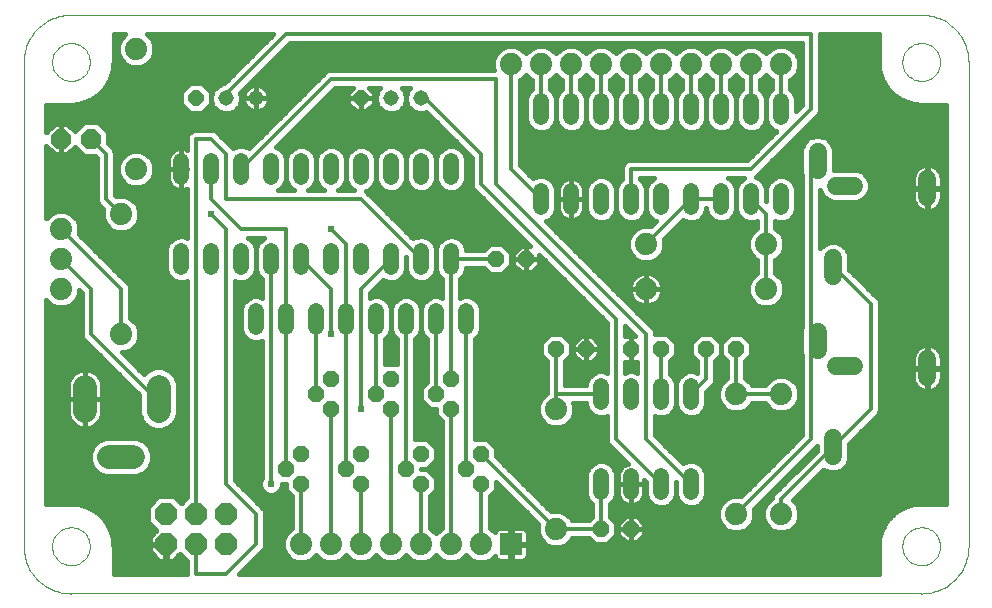
<source format=gtl>
G75*
%MOIN*%
%OFA0B0*%
%FSLAX24Y24*%
%IPPOS*%
%LPD*%
%AMOC8*
5,1,8,0,0,1.08239X$1,22.5*
%
%ADD10C,0.0520*%
%ADD11OC8,0.0520*%
%ADD12C,0.0594*%
%ADD13C,0.0740*%
%ADD14OC8,0.0515*%
%ADD15C,0.0515*%
%ADD16C,0.0000*%
%ADD17C,0.0800*%
%ADD18OC8,0.0740*%
%ADD19R,0.0740X0.0740*%
%ADD20OC8,0.0660*%
%ADD21C,0.0120*%
%ADD22C,0.0240*%
%ADD23C,0.0160*%
D10*
X013166Y012301D02*
X013166Y012821D01*
X014166Y012821D02*
X014166Y012301D01*
X015166Y012301D02*
X015166Y012821D01*
X016166Y012821D02*
X016166Y012301D01*
X017166Y012301D02*
X017166Y012821D01*
X018166Y012821D02*
X018166Y012301D01*
X019166Y012301D02*
X019166Y012821D01*
X020166Y012821D02*
X020166Y012301D01*
X019666Y014301D02*
X019666Y014821D01*
X018666Y014821D02*
X018666Y014301D01*
X017666Y014301D02*
X017666Y014821D01*
X016666Y014821D02*
X016666Y014301D01*
X015666Y014301D02*
X015666Y014821D01*
X014666Y014821D02*
X014666Y014301D01*
X013666Y014301D02*
X013666Y014821D01*
X012666Y014821D02*
X012666Y014301D01*
X011666Y014301D02*
X011666Y014821D01*
X010666Y014821D02*
X010666Y014301D01*
X010666Y017301D02*
X010666Y017821D01*
X011666Y017821D02*
X011666Y017301D01*
X012666Y017301D02*
X012666Y017821D01*
X013666Y017821D02*
X013666Y017301D01*
X014666Y017301D02*
X014666Y017821D01*
X015666Y017821D02*
X015666Y017301D01*
X016666Y017301D02*
X016666Y017821D01*
X017666Y017821D02*
X017666Y017301D01*
X018666Y017301D02*
X018666Y017821D01*
X019666Y017821D02*
X019666Y017301D01*
X022666Y016821D02*
X022666Y016301D01*
X023666Y016301D02*
X023666Y016821D01*
X024666Y016821D02*
X024666Y016301D01*
X025666Y016301D02*
X025666Y016821D01*
X026666Y016821D02*
X026666Y016301D01*
X027666Y016301D02*
X027666Y016821D01*
X028666Y016821D02*
X028666Y016301D01*
X029666Y016301D02*
X029666Y016821D01*
X030666Y016821D02*
X030666Y016301D01*
X030666Y019301D02*
X030666Y019821D01*
X029666Y019821D02*
X029666Y019301D01*
X028666Y019301D02*
X028666Y019821D01*
X027666Y019821D02*
X027666Y019301D01*
X026666Y019301D02*
X026666Y019821D01*
X025666Y019821D02*
X025666Y019301D01*
X024666Y019301D02*
X024666Y019821D01*
X023666Y019821D02*
X023666Y019301D01*
X022666Y019301D02*
X022666Y019821D01*
X024666Y010321D02*
X024666Y009801D01*
X025666Y009801D02*
X025666Y010321D01*
X026666Y010321D02*
X026666Y009801D01*
X027666Y009801D02*
X027666Y010321D01*
X027666Y007321D02*
X027666Y006801D01*
X026666Y006801D02*
X026666Y007321D01*
X025666Y007321D02*
X025666Y006801D01*
X024666Y006801D02*
X024666Y007321D01*
D11*
X024666Y005561D03*
X025666Y005561D03*
X020666Y007061D03*
X020166Y007561D03*
X020666Y008061D03*
X018666Y008061D03*
X018166Y007561D03*
X018666Y007061D03*
X016666Y007061D03*
X016166Y007561D03*
X016666Y008061D03*
X014666Y008061D03*
X014166Y007561D03*
X014666Y007061D03*
X015666Y009561D03*
X015166Y010061D03*
X015666Y010561D03*
X017166Y010061D03*
X017666Y009561D03*
X019166Y010061D03*
X019666Y009561D03*
X019666Y010561D03*
X017666Y010561D03*
X023166Y011561D03*
X024166Y011561D03*
X025666Y011561D03*
X026666Y011561D03*
X028166Y011561D03*
X029166Y011561D03*
X022166Y014561D03*
X021166Y014561D03*
D12*
X031883Y012130D02*
X031883Y011536D01*
X032491Y011006D02*
X033085Y011006D01*
X035544Y011224D02*
X035544Y010631D01*
X032394Y008586D02*
X032394Y007993D01*
X032394Y013993D02*
X032394Y014586D01*
X035544Y016631D02*
X035544Y017224D01*
X033085Y017006D02*
X032491Y017006D01*
X031883Y017536D02*
X031883Y018130D01*
D13*
X030666Y021061D03*
X029666Y021061D03*
X028666Y021061D03*
X027666Y021061D03*
X026666Y021061D03*
X025666Y021061D03*
X024666Y021061D03*
X023666Y021061D03*
X022666Y021061D03*
X021666Y021061D03*
X026166Y015061D03*
X026166Y013561D03*
X030166Y013561D03*
X030166Y015061D03*
X030666Y010061D03*
X029166Y010061D03*
X023166Y009561D03*
X029166Y006061D03*
X030666Y006061D03*
X023166Y005561D03*
X020666Y005061D03*
X019666Y005061D03*
X018666Y005061D03*
X017666Y005061D03*
X016666Y005061D03*
X015666Y005061D03*
X014666Y005061D03*
X008666Y012061D03*
X006666Y013561D03*
X006666Y014561D03*
X006666Y015561D03*
X008666Y016061D03*
X009166Y017561D03*
X009166Y021561D03*
D14*
X011166Y019923D03*
X016666Y019923D03*
D15*
X017666Y019923D03*
X018666Y019923D03*
X013166Y019923D03*
X012166Y019923D03*
D16*
X006993Y003416D02*
X035339Y003416D01*
X034709Y004990D02*
X034711Y005040D01*
X034717Y005090D01*
X034727Y005139D01*
X034741Y005187D01*
X034758Y005234D01*
X034779Y005279D01*
X034804Y005323D01*
X034832Y005364D01*
X034864Y005403D01*
X034898Y005440D01*
X034935Y005474D01*
X034975Y005504D01*
X035017Y005531D01*
X035061Y005555D01*
X035107Y005576D01*
X035154Y005592D01*
X035202Y005605D01*
X035252Y005614D01*
X035301Y005619D01*
X035352Y005620D01*
X035402Y005617D01*
X035451Y005610D01*
X035500Y005599D01*
X035548Y005584D01*
X035594Y005566D01*
X035639Y005544D01*
X035682Y005518D01*
X035723Y005489D01*
X035762Y005457D01*
X035798Y005422D01*
X035830Y005384D01*
X035860Y005344D01*
X035887Y005301D01*
X035910Y005257D01*
X035929Y005211D01*
X035945Y005163D01*
X035957Y005114D01*
X035965Y005065D01*
X035969Y005015D01*
X035969Y004965D01*
X035965Y004915D01*
X035957Y004866D01*
X035945Y004817D01*
X035929Y004769D01*
X035910Y004723D01*
X035887Y004679D01*
X035860Y004636D01*
X035830Y004596D01*
X035798Y004558D01*
X035762Y004523D01*
X035723Y004491D01*
X035682Y004462D01*
X035639Y004436D01*
X035594Y004414D01*
X035548Y004396D01*
X035500Y004381D01*
X035451Y004370D01*
X035402Y004363D01*
X035352Y004360D01*
X035301Y004361D01*
X035252Y004366D01*
X035202Y004375D01*
X035154Y004388D01*
X035107Y004404D01*
X035061Y004425D01*
X035017Y004449D01*
X034975Y004476D01*
X034935Y004506D01*
X034898Y004540D01*
X034864Y004577D01*
X034832Y004616D01*
X034804Y004657D01*
X034779Y004701D01*
X034758Y004746D01*
X034741Y004793D01*
X034727Y004841D01*
X034717Y004890D01*
X034711Y004940D01*
X034709Y004990D01*
X035339Y003415D02*
X035416Y003417D01*
X035493Y003423D01*
X035570Y003432D01*
X035646Y003445D01*
X035722Y003462D01*
X035796Y003483D01*
X035870Y003507D01*
X035942Y003535D01*
X036012Y003566D01*
X036081Y003601D01*
X036149Y003639D01*
X036214Y003680D01*
X036277Y003725D01*
X036338Y003773D01*
X036397Y003823D01*
X036453Y003876D01*
X036506Y003932D01*
X036556Y003991D01*
X036604Y004052D01*
X036649Y004115D01*
X036690Y004180D01*
X036728Y004248D01*
X036763Y004317D01*
X036794Y004387D01*
X036822Y004459D01*
X036846Y004533D01*
X036867Y004607D01*
X036884Y004683D01*
X036897Y004759D01*
X036906Y004836D01*
X036912Y004913D01*
X036914Y004990D01*
X036914Y021132D01*
X034709Y021132D02*
X034711Y021182D01*
X034717Y021232D01*
X034727Y021281D01*
X034741Y021329D01*
X034758Y021376D01*
X034779Y021421D01*
X034804Y021465D01*
X034832Y021506D01*
X034864Y021545D01*
X034898Y021582D01*
X034935Y021616D01*
X034975Y021646D01*
X035017Y021673D01*
X035061Y021697D01*
X035107Y021718D01*
X035154Y021734D01*
X035202Y021747D01*
X035252Y021756D01*
X035301Y021761D01*
X035352Y021762D01*
X035402Y021759D01*
X035451Y021752D01*
X035500Y021741D01*
X035548Y021726D01*
X035594Y021708D01*
X035639Y021686D01*
X035682Y021660D01*
X035723Y021631D01*
X035762Y021599D01*
X035798Y021564D01*
X035830Y021526D01*
X035860Y021486D01*
X035887Y021443D01*
X035910Y021399D01*
X035929Y021353D01*
X035945Y021305D01*
X035957Y021256D01*
X035965Y021207D01*
X035969Y021157D01*
X035969Y021107D01*
X035965Y021057D01*
X035957Y021008D01*
X035945Y020959D01*
X035929Y020911D01*
X035910Y020865D01*
X035887Y020821D01*
X035860Y020778D01*
X035830Y020738D01*
X035798Y020700D01*
X035762Y020665D01*
X035723Y020633D01*
X035682Y020604D01*
X035639Y020578D01*
X035594Y020556D01*
X035548Y020538D01*
X035500Y020523D01*
X035451Y020512D01*
X035402Y020505D01*
X035352Y020502D01*
X035301Y020503D01*
X035252Y020508D01*
X035202Y020517D01*
X035154Y020530D01*
X035107Y020546D01*
X035061Y020567D01*
X035017Y020591D01*
X034975Y020618D01*
X034935Y020648D01*
X034898Y020682D01*
X034864Y020719D01*
X034832Y020758D01*
X034804Y020799D01*
X034779Y020843D01*
X034758Y020888D01*
X034741Y020935D01*
X034727Y020983D01*
X034717Y021032D01*
X034711Y021082D01*
X034709Y021132D01*
X035339Y022707D02*
X035416Y022705D01*
X035493Y022699D01*
X035570Y022690D01*
X035646Y022677D01*
X035722Y022660D01*
X035796Y022639D01*
X035870Y022615D01*
X035942Y022587D01*
X036012Y022556D01*
X036081Y022521D01*
X036149Y022483D01*
X036214Y022442D01*
X036277Y022397D01*
X036338Y022349D01*
X036397Y022299D01*
X036453Y022246D01*
X036506Y022190D01*
X036556Y022131D01*
X036604Y022070D01*
X036649Y022007D01*
X036690Y021942D01*
X036728Y021874D01*
X036763Y021805D01*
X036794Y021735D01*
X036822Y021663D01*
X036846Y021589D01*
X036867Y021515D01*
X036884Y021439D01*
X036897Y021363D01*
X036906Y021286D01*
X036912Y021209D01*
X036914Y021132D01*
X035339Y022707D02*
X006993Y022707D01*
X006363Y021132D02*
X006365Y021182D01*
X006371Y021232D01*
X006381Y021281D01*
X006395Y021329D01*
X006412Y021376D01*
X006433Y021421D01*
X006458Y021465D01*
X006486Y021506D01*
X006518Y021545D01*
X006552Y021582D01*
X006589Y021616D01*
X006629Y021646D01*
X006671Y021673D01*
X006715Y021697D01*
X006761Y021718D01*
X006808Y021734D01*
X006856Y021747D01*
X006906Y021756D01*
X006955Y021761D01*
X007006Y021762D01*
X007056Y021759D01*
X007105Y021752D01*
X007154Y021741D01*
X007202Y021726D01*
X007248Y021708D01*
X007293Y021686D01*
X007336Y021660D01*
X007377Y021631D01*
X007416Y021599D01*
X007452Y021564D01*
X007484Y021526D01*
X007514Y021486D01*
X007541Y021443D01*
X007564Y021399D01*
X007583Y021353D01*
X007599Y021305D01*
X007611Y021256D01*
X007619Y021207D01*
X007623Y021157D01*
X007623Y021107D01*
X007619Y021057D01*
X007611Y021008D01*
X007599Y020959D01*
X007583Y020911D01*
X007564Y020865D01*
X007541Y020821D01*
X007514Y020778D01*
X007484Y020738D01*
X007452Y020700D01*
X007416Y020665D01*
X007377Y020633D01*
X007336Y020604D01*
X007293Y020578D01*
X007248Y020556D01*
X007202Y020538D01*
X007154Y020523D01*
X007105Y020512D01*
X007056Y020505D01*
X007006Y020502D01*
X006955Y020503D01*
X006906Y020508D01*
X006856Y020517D01*
X006808Y020530D01*
X006761Y020546D01*
X006715Y020567D01*
X006671Y020591D01*
X006629Y020618D01*
X006589Y020648D01*
X006552Y020682D01*
X006518Y020719D01*
X006486Y020758D01*
X006458Y020799D01*
X006433Y020843D01*
X006412Y020888D01*
X006395Y020935D01*
X006381Y020983D01*
X006371Y021032D01*
X006365Y021082D01*
X006363Y021132D01*
X005418Y021132D02*
X005420Y021209D01*
X005426Y021286D01*
X005435Y021363D01*
X005448Y021439D01*
X005465Y021515D01*
X005486Y021589D01*
X005510Y021663D01*
X005538Y021735D01*
X005569Y021805D01*
X005604Y021874D01*
X005642Y021942D01*
X005683Y022007D01*
X005728Y022070D01*
X005776Y022131D01*
X005826Y022190D01*
X005879Y022246D01*
X005935Y022299D01*
X005994Y022349D01*
X006055Y022397D01*
X006118Y022442D01*
X006183Y022483D01*
X006251Y022521D01*
X006320Y022556D01*
X006390Y022587D01*
X006462Y022615D01*
X006536Y022639D01*
X006610Y022660D01*
X006686Y022677D01*
X006762Y022690D01*
X006839Y022699D01*
X006916Y022705D01*
X006993Y022707D01*
X005418Y021132D02*
X005418Y004990D01*
X006363Y004990D02*
X006365Y005040D01*
X006371Y005090D01*
X006381Y005139D01*
X006395Y005187D01*
X006412Y005234D01*
X006433Y005279D01*
X006458Y005323D01*
X006486Y005364D01*
X006518Y005403D01*
X006552Y005440D01*
X006589Y005474D01*
X006629Y005504D01*
X006671Y005531D01*
X006715Y005555D01*
X006761Y005576D01*
X006808Y005592D01*
X006856Y005605D01*
X006906Y005614D01*
X006955Y005619D01*
X007006Y005620D01*
X007056Y005617D01*
X007105Y005610D01*
X007154Y005599D01*
X007202Y005584D01*
X007248Y005566D01*
X007293Y005544D01*
X007336Y005518D01*
X007377Y005489D01*
X007416Y005457D01*
X007452Y005422D01*
X007484Y005384D01*
X007514Y005344D01*
X007541Y005301D01*
X007564Y005257D01*
X007583Y005211D01*
X007599Y005163D01*
X007611Y005114D01*
X007619Y005065D01*
X007623Y005015D01*
X007623Y004965D01*
X007619Y004915D01*
X007611Y004866D01*
X007599Y004817D01*
X007583Y004769D01*
X007564Y004723D01*
X007541Y004679D01*
X007514Y004636D01*
X007484Y004596D01*
X007452Y004558D01*
X007416Y004523D01*
X007377Y004491D01*
X007336Y004462D01*
X007293Y004436D01*
X007248Y004414D01*
X007202Y004396D01*
X007154Y004381D01*
X007105Y004370D01*
X007056Y004363D01*
X007006Y004360D01*
X006955Y004361D01*
X006906Y004366D01*
X006856Y004375D01*
X006808Y004388D01*
X006761Y004404D01*
X006715Y004425D01*
X006671Y004449D01*
X006629Y004476D01*
X006589Y004506D01*
X006552Y004540D01*
X006518Y004577D01*
X006486Y004616D01*
X006458Y004657D01*
X006433Y004701D01*
X006412Y004746D01*
X006395Y004793D01*
X006381Y004841D01*
X006371Y004890D01*
X006365Y004940D01*
X006363Y004990D01*
X005418Y004990D02*
X005420Y004913D01*
X005426Y004836D01*
X005435Y004759D01*
X005448Y004683D01*
X005465Y004607D01*
X005486Y004533D01*
X005510Y004459D01*
X005538Y004387D01*
X005569Y004317D01*
X005604Y004248D01*
X005642Y004180D01*
X005683Y004115D01*
X005728Y004052D01*
X005776Y003991D01*
X005826Y003932D01*
X005879Y003876D01*
X005935Y003823D01*
X005994Y003773D01*
X006055Y003725D01*
X006118Y003680D01*
X006183Y003639D01*
X006251Y003601D01*
X006320Y003566D01*
X006390Y003535D01*
X006462Y003507D01*
X006536Y003483D01*
X006610Y003462D01*
X006686Y003445D01*
X006762Y003432D01*
X006839Y003423D01*
X006916Y003417D01*
X006993Y003415D01*
D17*
X008266Y007961D02*
X009066Y007961D01*
X009916Y009511D02*
X009916Y010311D01*
X007466Y010311D02*
X007466Y009511D01*
D18*
X010166Y006061D03*
X011166Y006061D03*
X012166Y006061D03*
X012166Y005061D03*
X011166Y005061D03*
X010166Y005061D03*
D19*
X021666Y005061D03*
D20*
X007666Y018561D03*
X006666Y018561D03*
D21*
X007666Y018561D02*
X008166Y018061D01*
X008166Y016561D01*
X008666Y016061D01*
X006666Y015561D02*
X008666Y013561D01*
X008666Y012061D01*
X007666Y012061D02*
X009666Y010061D01*
X009916Y009911D01*
X007666Y012061D02*
X007666Y013561D01*
X006666Y014561D01*
X011666Y016061D02*
X012166Y015561D01*
X012166Y007061D01*
X013166Y006061D01*
X013166Y005061D01*
X012166Y004061D01*
X011166Y004061D01*
X011166Y005061D01*
X011166Y006061D02*
X011166Y018561D01*
X011666Y018561D01*
X012166Y018061D01*
X012166Y016561D01*
X016666Y016561D01*
X018666Y014561D01*
X017666Y014561D02*
X016666Y013561D01*
X016666Y009561D01*
X017166Y010061D02*
X017166Y012561D01*
X018166Y012561D02*
X018166Y007561D01*
X018666Y007061D02*
X018666Y005061D01*
X017666Y005061D02*
X017666Y009561D01*
X019166Y010061D02*
X019166Y012561D01*
X020166Y012561D02*
X020166Y007561D01*
X020666Y007061D02*
X020666Y005061D01*
X019666Y005061D02*
X019666Y009561D01*
X019666Y010561D02*
X019666Y014561D01*
X021166Y014561D01*
X022666Y016561D02*
X021666Y017561D01*
X021666Y021061D01*
X021166Y020561D02*
X021166Y017061D01*
X026166Y012061D01*
X026166Y008561D01*
X027666Y007061D01*
X026666Y007061D02*
X025166Y008561D01*
X025166Y012561D01*
X020666Y017061D01*
X020666Y018061D01*
X018666Y020061D01*
X018666Y019923D01*
X021166Y020561D02*
X015666Y020561D01*
X012666Y017561D01*
X011666Y017561D02*
X011666Y016561D01*
X012666Y015561D01*
X014166Y015561D01*
X014166Y012561D01*
X014166Y007561D01*
X013666Y007061D02*
X013666Y014561D01*
X014666Y014561D02*
X015666Y013561D01*
X015666Y012061D01*
X015166Y012561D02*
X015166Y010061D01*
X015666Y009561D02*
X015666Y005061D01*
X014666Y005061D02*
X014666Y007061D01*
X016166Y007561D02*
X016166Y012561D01*
X016166Y015061D01*
X015666Y015561D01*
X012166Y019923D02*
X012166Y020061D01*
X014166Y022061D01*
X031666Y022061D01*
X031666Y019561D01*
X029666Y017561D01*
X025666Y017561D01*
X025666Y016561D01*
X026166Y015061D02*
X027666Y016561D01*
X028666Y016561D01*
X029666Y016561D02*
X030166Y016061D01*
X030166Y015061D01*
X030166Y013561D01*
X032394Y014290D02*
X032666Y014061D01*
X033666Y013061D01*
X033666Y009561D01*
X032394Y008290D01*
X030666Y006561D01*
X030666Y006061D01*
X029166Y006061D02*
X031666Y008561D01*
X031666Y011561D01*
X031883Y011833D01*
X031666Y012061D01*
X031666Y017561D01*
X031883Y017833D01*
X030666Y019561D02*
X030666Y021061D01*
X029666Y021061D02*
X029666Y019561D01*
X028666Y019561D02*
X028666Y021061D01*
X027666Y021061D02*
X027666Y019561D01*
X026666Y019561D02*
X026666Y021061D01*
X025666Y021061D02*
X025666Y019561D01*
X024666Y019561D02*
X024666Y021061D01*
X023666Y021061D02*
X023666Y019561D01*
X022666Y019561D02*
X022666Y021061D01*
X023166Y011561D02*
X023166Y010061D01*
X024666Y010061D01*
X023166Y010061D02*
X023166Y009561D01*
X020666Y008061D02*
X023166Y005561D01*
X024666Y005561D01*
X024666Y007061D01*
X026666Y010061D02*
X026666Y011561D01*
X028166Y011561D02*
X028166Y010561D01*
X027666Y010061D01*
X029166Y010061D02*
X030666Y010061D01*
X029166Y010061D02*
X029166Y011561D01*
X016666Y007061D02*
X016666Y005061D01*
D22*
X013666Y007061D03*
X016666Y009561D03*
X015666Y012061D03*
X015666Y015561D03*
X011666Y016061D03*
D23*
X010866Y016107D02*
X009276Y016107D01*
X009276Y016183D02*
X009183Y016407D01*
X009012Y016578D01*
X008787Y016671D01*
X008545Y016671D01*
X008499Y016652D01*
X008466Y016686D01*
X008466Y018121D01*
X008420Y018231D01*
X008336Y018316D01*
X008236Y018416D01*
X008236Y018797D01*
X007902Y019131D01*
X007430Y019131D01*
X007124Y018825D01*
X006877Y019071D01*
X006666Y019071D01*
X006455Y019071D01*
X006166Y018783D01*
X006166Y019711D01*
X006954Y019711D01*
X006962Y019708D01*
X007001Y019711D01*
X007041Y019711D01*
X007049Y019714D01*
X007148Y019722D01*
X007165Y019718D01*
X007195Y019725D01*
X007226Y019727D01*
X007241Y019735D01*
X007347Y019758D01*
X007365Y019757D01*
X007393Y019768D01*
X007423Y019775D01*
X007438Y019785D01*
X007539Y019822D01*
X007557Y019824D01*
X007584Y019839D01*
X007612Y019850D01*
X007625Y019862D01*
X007720Y019913D01*
X007737Y019918D01*
X007762Y019936D01*
X007788Y019951D01*
X007799Y019964D01*
X007886Y020029D01*
X007902Y020036D01*
X007924Y020058D01*
X007948Y020076D01*
X007957Y020091D01*
X008034Y020168D01*
X008049Y020177D01*
X008067Y020201D01*
X008089Y020223D01*
X008096Y020239D01*
X008161Y020326D01*
X008174Y020337D01*
X008189Y020364D01*
X008207Y020388D01*
X008212Y020405D01*
X008263Y020500D01*
X008275Y020513D01*
X008286Y020542D01*
X008301Y020568D01*
X008303Y020586D01*
X008341Y020687D01*
X008351Y020702D01*
X008357Y020732D01*
X008368Y020760D01*
X008367Y020778D01*
X008390Y020884D01*
X008398Y020899D01*
X008400Y020930D01*
X008407Y020960D01*
X008404Y020977D01*
X008411Y021076D01*
X008414Y021084D01*
X008414Y021124D01*
X008417Y021163D01*
X008414Y021171D01*
X008414Y022061D01*
X008803Y022061D01*
X008649Y021907D01*
X008556Y021683D01*
X008556Y021440D01*
X008649Y021216D01*
X008821Y021044D01*
X009045Y020951D01*
X009287Y020951D01*
X009512Y021044D01*
X009683Y021216D01*
X009776Y021440D01*
X009776Y021683D01*
X009683Y021907D01*
X009529Y022061D01*
X013742Y022061D01*
X012102Y020421D01*
X012067Y020421D01*
X011884Y020345D01*
X011744Y020205D01*
X011669Y020022D01*
X011669Y019825D01*
X011744Y019642D01*
X011884Y019502D01*
X012067Y019426D01*
X012265Y019426D01*
X012448Y019502D01*
X012588Y019642D01*
X012664Y019825D01*
X012664Y020022D01*
X012631Y020102D01*
X014290Y021761D01*
X031366Y021761D01*
X031366Y019686D01*
X031166Y019486D01*
X031166Y019921D01*
X031090Y020105D01*
X030966Y020228D01*
X031366Y020228D01*
X031366Y020070D02*
X031104Y020070D01*
X031166Y019911D02*
X031366Y019911D01*
X031366Y019753D02*
X031166Y019753D01*
X031166Y019594D02*
X031275Y019594D01*
X031648Y019119D02*
X036166Y019119D01*
X036166Y019277D02*
X031806Y019277D01*
X031836Y019307D02*
X031836Y019307D01*
X029920Y017391D01*
X029920Y017391D01*
X029836Y017307D01*
X029818Y017300D01*
X029949Y017245D01*
X030090Y017105D01*
X030166Y016921D01*
X030166Y016486D01*
X030166Y016486D01*
X030166Y016921D01*
X030242Y017105D01*
X030383Y017245D01*
X030567Y017321D01*
X030766Y017321D01*
X030949Y017245D01*
X031090Y017105D01*
X031166Y016921D01*
X031166Y016202D01*
X031090Y016018D01*
X030949Y015877D01*
X030766Y015801D01*
X030567Y015801D01*
X030466Y015843D01*
X030466Y015597D01*
X030512Y015578D01*
X030683Y015407D01*
X030776Y015183D01*
X030776Y014940D01*
X030683Y014716D01*
X030512Y014544D01*
X030466Y014525D01*
X030466Y014097D01*
X030512Y014078D01*
X030683Y013907D01*
X030776Y013683D01*
X030776Y013440D01*
X030683Y013216D01*
X030512Y013044D01*
X030287Y012951D01*
X030045Y012951D01*
X029821Y013044D01*
X029649Y013216D01*
X029556Y013440D01*
X029556Y013683D01*
X029649Y013907D01*
X029821Y014078D01*
X029866Y014097D01*
X029866Y014525D01*
X029821Y014544D01*
X029649Y014716D01*
X029556Y014940D01*
X029556Y015183D01*
X029649Y015407D01*
X029821Y015578D01*
X029866Y015597D01*
X029866Y015843D01*
X029766Y015801D01*
X029567Y015801D01*
X029383Y015877D01*
X029242Y016018D01*
X029166Y016202D01*
X029166Y016921D01*
X029090Y017105D01*
X028949Y017245D01*
X028910Y017261D01*
X029422Y017261D01*
X029383Y017245D01*
X029242Y017105D01*
X029166Y016921D01*
X029166Y016202D01*
X029090Y016018D01*
X028949Y015877D01*
X028766Y015801D01*
X028567Y015801D01*
X028383Y015877D01*
X028242Y016018D01*
X028166Y016202D01*
X028166Y016261D01*
X028166Y016202D01*
X028090Y016018D01*
X027949Y015877D01*
X027766Y015801D01*
X027567Y015801D01*
X027400Y015870D01*
X026757Y015228D01*
X026776Y015183D01*
X026776Y014940D01*
X026683Y014716D01*
X026512Y014544D01*
X026287Y014451D01*
X026045Y014451D01*
X025821Y014544D01*
X025649Y014716D01*
X025556Y014940D01*
X025556Y015183D01*
X025649Y015407D01*
X025821Y015578D01*
X026045Y015671D01*
X026287Y015671D01*
X026333Y015652D01*
X026507Y015826D01*
X026383Y015877D01*
X026242Y016018D01*
X026166Y016202D01*
X026166Y016921D01*
X026090Y017105D01*
X025966Y017228D01*
X025966Y017261D01*
X026422Y017261D01*
X026383Y017245D01*
X026242Y017105D01*
X026166Y016921D01*
X026166Y016202D01*
X026090Y016018D01*
X025949Y015877D01*
X025766Y015801D01*
X025567Y015801D01*
X025383Y015877D01*
X025242Y016018D01*
X025166Y016202D01*
X025166Y016921D01*
X025090Y017105D01*
X024949Y017245D01*
X024766Y017321D01*
X024567Y017321D01*
X024383Y017245D01*
X024242Y017105D01*
X024166Y016921D01*
X024166Y016202D01*
X024242Y016018D01*
X024383Y015877D01*
X024567Y015801D01*
X024766Y015801D01*
X024949Y015877D01*
X025090Y016018D01*
X025166Y016202D01*
X025166Y016921D01*
X025242Y017105D01*
X025366Y017228D01*
X025366Y017621D01*
X025412Y017731D01*
X025496Y017816D01*
X025606Y017861D01*
X029542Y017861D01*
X030507Y018826D01*
X030383Y018877D01*
X030242Y019018D01*
X030166Y019202D01*
X030166Y019921D01*
X030090Y020105D01*
X029966Y020228D01*
X030366Y020228D01*
X030242Y020105D01*
X030166Y019921D01*
X030166Y019202D01*
X030090Y019018D01*
X029949Y018877D01*
X029766Y018801D01*
X029567Y018801D01*
X029383Y018877D01*
X029242Y019018D01*
X029166Y019202D01*
X029166Y019921D01*
X029090Y020105D01*
X028966Y020228D01*
X029366Y020228D01*
X029242Y020105D01*
X029166Y019921D01*
X029166Y019202D01*
X029090Y019018D01*
X028949Y018877D01*
X028766Y018801D01*
X028567Y018801D01*
X028383Y018877D01*
X028242Y019018D01*
X028166Y019202D01*
X028166Y019921D01*
X028090Y020105D01*
X027966Y020228D01*
X028366Y020228D01*
X028242Y020105D01*
X028166Y019921D01*
X028166Y019202D01*
X028090Y019018D01*
X027949Y018877D01*
X027766Y018801D01*
X027567Y018801D01*
X027383Y018877D01*
X027242Y019018D01*
X027166Y019202D01*
X027166Y019921D01*
X027090Y020105D01*
X026966Y020228D01*
X027366Y020228D01*
X027242Y020105D01*
X027166Y019921D01*
X027166Y019202D01*
X027090Y019018D01*
X026949Y018877D01*
X026766Y018801D01*
X026567Y018801D01*
X026383Y018877D01*
X026242Y019018D01*
X026166Y019202D01*
X026166Y019921D01*
X026090Y020105D01*
X025966Y020228D01*
X026366Y020228D01*
X026242Y020105D01*
X026166Y019921D01*
X026166Y019202D01*
X026090Y019018D01*
X025949Y018877D01*
X025766Y018801D01*
X025567Y018801D01*
X025383Y018877D01*
X025242Y019018D01*
X025166Y019202D01*
X025166Y019921D01*
X025090Y020105D01*
X024966Y020228D01*
X025366Y020228D01*
X025242Y020105D01*
X025166Y019921D01*
X025166Y019202D01*
X025090Y019018D01*
X024949Y018877D01*
X024766Y018801D01*
X024567Y018801D01*
X024383Y018877D01*
X024242Y019018D01*
X024166Y019202D01*
X024166Y019921D01*
X024090Y020105D01*
X023966Y020228D01*
X024366Y020228D01*
X024242Y020105D01*
X024166Y019921D01*
X024166Y019202D01*
X024090Y019018D01*
X023949Y018877D01*
X023766Y018801D01*
X023567Y018801D01*
X023383Y018877D01*
X023242Y019018D01*
X023166Y019202D01*
X023166Y019921D01*
X023090Y020105D01*
X022966Y020228D01*
X023366Y020228D01*
X023242Y020105D01*
X023166Y019921D01*
X023166Y019202D01*
X023090Y019018D01*
X022949Y018877D01*
X022766Y018801D01*
X022567Y018801D01*
X022383Y018877D01*
X022242Y019018D01*
X022166Y019202D01*
X022166Y019921D01*
X022242Y020105D01*
X022366Y020228D01*
X021966Y020228D01*
X021966Y020070D02*
X022228Y020070D01*
X022166Y019911D02*
X021966Y019911D01*
X021966Y019753D02*
X022166Y019753D01*
X022166Y019594D02*
X021966Y019594D01*
X021966Y019436D02*
X022166Y019436D01*
X022166Y019277D02*
X021966Y019277D01*
X021966Y019119D02*
X022201Y019119D01*
X022300Y018960D02*
X021966Y018960D01*
X021966Y018802D02*
X022565Y018802D01*
X022767Y018802D02*
X023565Y018802D01*
X023767Y018802D02*
X024565Y018802D01*
X024767Y018802D02*
X025565Y018802D01*
X025767Y018802D02*
X026565Y018802D01*
X026767Y018802D02*
X027565Y018802D01*
X027767Y018802D02*
X028565Y018802D01*
X028767Y018802D02*
X029565Y018802D01*
X029767Y018802D02*
X030482Y018802D01*
X030324Y018643D02*
X021966Y018643D01*
X021966Y018485D02*
X030165Y018485D01*
X030007Y018326D02*
X021966Y018326D01*
X021966Y018168D02*
X029848Y018168D01*
X029690Y018009D02*
X021966Y018009D01*
X021966Y017851D02*
X025581Y017851D01*
X025396Y017692D02*
X021966Y017692D01*
X021966Y017686D02*
X021966Y020525D01*
X022012Y020544D01*
X022166Y020699D01*
X022321Y020544D01*
X022366Y020525D01*
X022366Y020228D01*
X022366Y020387D02*
X021966Y020387D01*
X022013Y020545D02*
X022319Y020545D01*
X022966Y020525D02*
X022966Y020228D01*
X022966Y020387D02*
X023366Y020387D01*
X023366Y020525D02*
X023366Y020228D01*
X023228Y020070D02*
X023104Y020070D01*
X023166Y019911D02*
X023166Y019911D01*
X023166Y019753D02*
X023166Y019753D01*
X023166Y019594D02*
X023166Y019594D01*
X023166Y019436D02*
X023166Y019436D01*
X023166Y019277D02*
X023166Y019277D01*
X023132Y019119D02*
X023201Y019119D01*
X023300Y018960D02*
X023032Y018960D01*
X024032Y018960D02*
X024300Y018960D01*
X024201Y019119D02*
X024132Y019119D01*
X024166Y019277D02*
X024166Y019277D01*
X024166Y019436D02*
X024166Y019436D01*
X024166Y019594D02*
X024166Y019594D01*
X024166Y019753D02*
X024166Y019753D01*
X024166Y019911D02*
X024166Y019911D01*
X024104Y020070D02*
X024228Y020070D01*
X024366Y020228D02*
X024366Y020525D01*
X024321Y020544D01*
X024166Y020699D01*
X024012Y020544D01*
X023966Y020525D01*
X023966Y020228D01*
X023966Y020387D02*
X024366Y020387D01*
X024319Y020545D02*
X024013Y020545D01*
X023366Y020525D02*
X023321Y020544D01*
X023166Y020699D01*
X023012Y020544D01*
X022966Y020525D01*
X023013Y020545D02*
X023319Y020545D01*
X023166Y021424D02*
X023012Y021578D01*
X022787Y021671D01*
X022545Y021671D01*
X022321Y021578D01*
X022166Y021424D01*
X022012Y021578D01*
X021787Y021671D01*
X021545Y021671D01*
X021321Y021578D01*
X021149Y021407D01*
X021056Y021183D01*
X021056Y020940D01*
X021089Y020861D01*
X015606Y020861D01*
X015496Y020816D01*
X015412Y020731D01*
X012933Y018252D01*
X012766Y018321D01*
X012567Y018321D01*
X012400Y018252D01*
X011920Y018731D01*
X011836Y018816D01*
X011726Y018861D01*
X011106Y018861D01*
X010996Y018816D01*
X010912Y018731D01*
X010866Y018621D01*
X010866Y018213D01*
X010835Y018229D01*
X010769Y018250D01*
X010701Y018261D01*
X010666Y018261D01*
X010632Y018261D01*
X010563Y018250D01*
X010497Y018229D01*
X010436Y018198D01*
X010380Y018157D01*
X010331Y018108D01*
X010290Y018052D01*
X010258Y017990D01*
X010237Y017924D01*
X010226Y017856D01*
X010226Y017561D01*
X010226Y017267D01*
X010237Y017198D01*
X010258Y017132D01*
X010290Y017071D01*
X010331Y017015D01*
X010380Y016966D01*
X010436Y016925D01*
X010497Y016894D01*
X010563Y016872D01*
X010632Y016861D01*
X010666Y016861D01*
X010666Y017561D01*
X010666Y017561D01*
X010226Y017561D01*
X010666Y017561D01*
X010666Y017561D01*
X010666Y016861D01*
X010701Y016861D01*
X010769Y016872D01*
X010835Y016894D01*
X010866Y016909D01*
X010866Y015280D01*
X010766Y015321D01*
X010567Y015321D01*
X010383Y015245D01*
X010242Y015105D01*
X010166Y014921D01*
X010166Y014202D01*
X010242Y014018D01*
X010383Y013877D01*
X010567Y013801D01*
X010766Y013801D01*
X010866Y013843D01*
X010866Y006624D01*
X010666Y006424D01*
X010419Y006671D01*
X009913Y006671D01*
X009556Y006314D01*
X009556Y005809D01*
X009846Y005519D01*
X009616Y005289D01*
X009616Y005081D01*
X010146Y005081D01*
X010146Y005041D01*
X010186Y005041D01*
X010186Y004511D01*
X010394Y004511D01*
X010624Y004741D01*
X010866Y004499D01*
X010866Y004061D01*
X008414Y004061D01*
X008414Y004952D01*
X008417Y004960D01*
X008414Y004999D01*
X008414Y005038D01*
X008411Y005046D01*
X008404Y005146D01*
X008407Y005163D01*
X008400Y005193D01*
X008398Y005223D01*
X008390Y005239D01*
X008367Y005345D01*
X008368Y005362D01*
X008357Y005391D01*
X008351Y005421D01*
X008341Y005435D01*
X008303Y005537D01*
X008301Y005554D01*
X008286Y005581D01*
X008275Y005610D01*
X008263Y005623D01*
X008212Y005718D01*
X008207Y005735D01*
X008189Y005759D01*
X008174Y005786D01*
X008161Y005797D01*
X008096Y005884D01*
X008089Y005900D01*
X008067Y005921D01*
X008049Y005946D01*
X008034Y005955D01*
X007957Y006031D01*
X007948Y006047D01*
X007924Y006065D01*
X007902Y006086D01*
X007886Y006093D01*
X007799Y006158D01*
X007788Y006172D01*
X007762Y006186D01*
X007737Y006205D01*
X007720Y006209D01*
X007625Y006261D01*
X007612Y006273D01*
X007584Y006284D01*
X007557Y006298D01*
X007539Y006300D01*
X007438Y006338D01*
X007423Y006348D01*
X007393Y006355D01*
X007365Y006365D01*
X007347Y006365D01*
X007241Y006388D01*
X007226Y006395D01*
X007195Y006398D01*
X007165Y006404D01*
X007148Y006401D01*
X007049Y006408D01*
X007041Y006412D01*
X007001Y006412D01*
X006962Y006414D01*
X006954Y006412D01*
X006166Y006412D01*
X006166Y013199D01*
X006321Y013044D01*
X006545Y012951D01*
X006787Y012951D01*
X007012Y013044D01*
X007183Y013216D01*
X007276Y013440D01*
X007276Y013527D01*
X007366Y013437D01*
X007366Y012002D01*
X007412Y011891D01*
X009276Y010027D01*
X009276Y009384D01*
X009374Y009149D01*
X009554Y008969D01*
X009789Y008871D01*
X010043Y008871D01*
X010279Y008969D01*
X010459Y009149D01*
X010556Y009384D01*
X010556Y010439D01*
X010459Y010674D01*
X010279Y010854D01*
X010043Y010951D01*
X009789Y010951D01*
X009554Y010854D01*
X009426Y010726D01*
X008700Y011451D01*
X008787Y011451D01*
X009012Y011544D01*
X009183Y011716D01*
X009276Y011940D01*
X009276Y012183D01*
X009183Y012407D01*
X009012Y012578D01*
X008966Y012597D01*
X008966Y013621D01*
X008920Y013731D01*
X008836Y013816D01*
X007257Y015394D01*
X007276Y015440D01*
X007276Y015683D01*
X007183Y015907D01*
X007012Y016078D01*
X006787Y016171D01*
X006545Y016171D01*
X006321Y016078D01*
X006166Y015924D01*
X006166Y018340D01*
X006455Y018051D01*
X006666Y018051D01*
X006666Y018561D01*
X006666Y018561D01*
X006666Y018051D01*
X006877Y018051D01*
X007124Y018298D01*
X007430Y017991D01*
X007812Y017991D01*
X007866Y017937D01*
X007866Y016502D01*
X007912Y016391D01*
X008075Y016228D01*
X008056Y016183D01*
X008056Y015940D01*
X008149Y015716D01*
X008321Y015544D01*
X008545Y015451D01*
X008787Y015451D01*
X009012Y015544D01*
X009183Y015716D01*
X009276Y015940D01*
X009276Y016183D01*
X009242Y016266D02*
X010866Y016266D01*
X010866Y016424D02*
X009166Y016424D01*
X009001Y016583D02*
X010866Y016583D01*
X010866Y016741D02*
X008466Y016741D01*
X008466Y016900D02*
X010485Y016900D01*
X010666Y016900D02*
X010666Y016900D01*
X010666Y017058D02*
X010666Y017058D01*
X010666Y017217D02*
X010666Y017217D01*
X010666Y017375D02*
X010666Y017375D01*
X010666Y017534D02*
X010666Y017534D01*
X010666Y017561D02*
X010866Y017561D01*
X010866Y017561D01*
X010666Y017561D01*
X010666Y017561D01*
X010666Y018261D01*
X010666Y017561D01*
X010666Y017561D01*
X010666Y017692D02*
X010666Y017692D01*
X010666Y017851D02*
X010666Y017851D01*
X010666Y018009D02*
X010666Y018009D01*
X010666Y018168D02*
X010666Y018168D01*
X010866Y018326D02*
X008325Y018326D01*
X008236Y018485D02*
X010866Y018485D01*
X010875Y018643D02*
X008236Y018643D01*
X008232Y018802D02*
X010982Y018802D01*
X010960Y019426D02*
X011372Y019426D01*
X011664Y019717D01*
X011664Y020130D01*
X011372Y020421D01*
X010960Y020421D01*
X010669Y020130D01*
X010669Y019717D01*
X010960Y019426D01*
X010950Y019436D02*
X006166Y019436D01*
X006166Y019594D02*
X010792Y019594D01*
X010669Y019753D02*
X007324Y019753D01*
X007716Y019911D02*
X010669Y019911D01*
X010669Y020070D02*
X007940Y020070D01*
X008091Y020228D02*
X010767Y020228D01*
X010926Y020387D02*
X008206Y020387D01*
X008288Y020545D02*
X012226Y020545D01*
X012384Y020704D02*
X008351Y020704D01*
X008385Y020862D02*
X012543Y020862D01*
X012701Y021021D02*
X009455Y021021D01*
X009647Y021179D02*
X012860Y021179D01*
X013018Y021338D02*
X009734Y021338D01*
X009776Y021496D02*
X013177Y021496D01*
X013335Y021655D02*
X009776Y021655D01*
X009722Y021813D02*
X013494Y021813D01*
X013652Y021972D02*
X009618Y021972D01*
X008714Y021972D02*
X008414Y021972D01*
X008414Y021813D02*
X008610Y021813D01*
X008556Y021655D02*
X008414Y021655D01*
X008414Y021496D02*
X008556Y021496D01*
X008598Y021338D02*
X008414Y021338D01*
X008414Y021179D02*
X008685Y021179D01*
X008877Y021021D02*
X008407Y021021D01*
X006166Y019277D02*
X013958Y019277D01*
X013799Y019119D02*
X007915Y019119D01*
X008073Y018960D02*
X013641Y018960D01*
X013482Y018802D02*
X011850Y018802D01*
X012008Y018643D02*
X013324Y018643D01*
X013165Y018485D02*
X012167Y018485D01*
X012325Y018326D02*
X013007Y018326D01*
X013826Y018296D02*
X015790Y020261D01*
X016385Y020261D01*
X016229Y020105D01*
X016229Y019923D01*
X016229Y019742D01*
X016485Y019486D01*
X016666Y019486D01*
X016666Y019923D01*
X016666Y019923D01*
X016666Y019486D01*
X016847Y019486D01*
X017104Y019742D01*
X017104Y019923D01*
X016666Y019923D01*
X016229Y019923D01*
X016666Y019923D01*
X016666Y019923D01*
X016666Y019923D01*
X017104Y019923D01*
X017104Y020105D01*
X016947Y020261D01*
X017300Y020261D01*
X017244Y020205D01*
X017169Y020022D01*
X017169Y019825D01*
X017244Y019642D01*
X017384Y019502D01*
X017567Y019426D01*
X017765Y019426D01*
X017948Y019502D01*
X018088Y019642D01*
X018164Y019825D01*
X018164Y020022D01*
X018088Y020205D01*
X018032Y020261D01*
X018300Y020261D01*
X018244Y020205D01*
X018169Y020022D01*
X018169Y019825D01*
X018244Y019642D01*
X018384Y019502D01*
X018567Y019426D01*
X018765Y019426D01*
X018844Y019459D01*
X020366Y017937D01*
X020366Y017002D01*
X020412Y016891D01*
X022302Y015001D01*
X022166Y015001D01*
X021984Y015001D01*
X021726Y014744D01*
X021726Y014561D01*
X021726Y014379D01*
X021984Y014121D01*
X022166Y014121D01*
X022166Y014561D01*
X022166Y014561D01*
X021726Y014561D01*
X022166Y014561D01*
X022166Y014561D01*
X022166Y014121D01*
X022348Y014121D01*
X022606Y014379D01*
X022606Y014561D01*
X022166Y014561D01*
X022166Y014561D01*
X022166Y015001D01*
X022166Y014561D01*
X022166Y014561D01*
X022606Y014561D01*
X022606Y014697D01*
X024866Y012437D01*
X024866Y010780D01*
X024766Y010821D01*
X024567Y010821D01*
X024383Y010745D01*
X024242Y010605D01*
X024166Y010421D01*
X024166Y010361D01*
X023466Y010361D01*
X023466Y011154D01*
X023666Y011354D01*
X023666Y011768D01*
X023373Y012061D01*
X022959Y012061D01*
X022666Y011768D01*
X022666Y011354D01*
X022866Y011154D01*
X022866Y010097D01*
X022821Y010078D01*
X022649Y009907D01*
X022556Y009683D01*
X022556Y009440D01*
X022649Y009216D01*
X022821Y009044D01*
X023045Y008951D01*
X023287Y008951D01*
X023512Y009044D01*
X023683Y009216D01*
X023776Y009440D01*
X023776Y009683D01*
X023744Y009761D01*
X024166Y009761D01*
X024166Y009702D01*
X024242Y009518D01*
X024383Y009377D01*
X024567Y009301D01*
X024766Y009301D01*
X024866Y009343D01*
X024866Y008502D01*
X024912Y008391D01*
X025555Y007748D01*
X025497Y007729D01*
X025436Y007698D01*
X025380Y007657D01*
X025331Y007608D01*
X025290Y007552D01*
X025258Y007490D01*
X025237Y007424D01*
X025226Y007356D01*
X025226Y007061D01*
X025226Y006767D01*
X025237Y006698D01*
X025258Y006632D01*
X025290Y006571D01*
X025331Y006515D01*
X025380Y006466D01*
X025436Y006425D01*
X025497Y006394D01*
X025563Y006372D01*
X025632Y006361D01*
X025666Y006361D01*
X025666Y007061D01*
X025666Y007061D01*
X025226Y007061D01*
X025666Y007061D01*
X025666Y007061D01*
X025666Y006361D01*
X025701Y006361D01*
X025769Y006372D01*
X025835Y006394D01*
X025897Y006425D01*
X025953Y006466D01*
X026002Y006515D01*
X026042Y006571D01*
X026074Y006632D01*
X026095Y006698D01*
X026106Y006767D01*
X026106Y007061D01*
X025666Y007061D01*
X025666Y007061D01*
X026106Y007061D01*
X026106Y007197D01*
X026166Y007137D01*
X026166Y006702D01*
X026242Y006518D01*
X026383Y006377D01*
X026567Y006301D01*
X026766Y006301D01*
X026949Y006377D01*
X027090Y006518D01*
X027166Y006702D01*
X027166Y007137D01*
X027166Y007137D01*
X027166Y006702D01*
X027242Y006518D01*
X027383Y006377D01*
X027567Y006301D01*
X027766Y006301D01*
X027949Y006377D01*
X028090Y006518D01*
X028166Y006702D01*
X028166Y007421D01*
X028090Y007605D01*
X027949Y007745D01*
X027766Y007821D01*
X027567Y007821D01*
X027400Y007752D01*
X026466Y008686D01*
X026466Y009343D01*
X026567Y009301D01*
X026766Y009301D01*
X026949Y009377D01*
X027090Y009518D01*
X027166Y009702D01*
X027166Y010421D01*
X027090Y010605D01*
X026966Y010728D01*
X026966Y011154D01*
X027166Y011354D01*
X027166Y011768D01*
X026873Y012061D01*
X026466Y012061D01*
X026466Y012121D01*
X026420Y012231D01*
X026336Y012316D01*
X022826Y015826D01*
X022949Y015877D01*
X023090Y016018D01*
X023166Y016202D01*
X023166Y016921D01*
X023090Y017105D01*
X022949Y017245D01*
X022766Y017321D01*
X022567Y017321D01*
X022400Y017252D01*
X021966Y017686D01*
X022118Y017534D02*
X025366Y017534D01*
X025366Y017375D02*
X022276Y017375D01*
X022978Y017217D02*
X023473Y017217D01*
X023497Y017229D02*
X023436Y017198D01*
X023380Y017157D01*
X023331Y017108D01*
X023290Y017052D01*
X023258Y016990D01*
X023237Y016924D01*
X023226Y016856D01*
X023226Y016561D01*
X023226Y016267D01*
X023237Y016198D01*
X023258Y016132D01*
X023290Y016071D01*
X023331Y016015D01*
X023380Y015966D01*
X023436Y015925D01*
X023497Y015894D01*
X023563Y015872D01*
X023632Y015861D01*
X023666Y015861D01*
X023666Y016561D01*
X023666Y016561D01*
X023226Y016561D01*
X023666Y016561D01*
X023666Y016561D01*
X023666Y015861D01*
X023701Y015861D01*
X023769Y015872D01*
X023835Y015894D01*
X023897Y015925D01*
X023953Y015966D01*
X024002Y016015D01*
X024042Y016071D01*
X024074Y016132D01*
X024095Y016198D01*
X024106Y016267D01*
X024106Y016561D01*
X023666Y016561D01*
X023666Y016561D01*
X023666Y017261D01*
X023632Y017261D01*
X023563Y017250D01*
X023497Y017229D01*
X023666Y017217D02*
X023666Y017217D01*
X023666Y017261D02*
X023666Y016561D01*
X023666Y016561D01*
X024106Y016561D01*
X024106Y016856D01*
X024095Y016924D01*
X024074Y016990D01*
X024042Y017052D01*
X024002Y017108D01*
X023953Y017157D01*
X023897Y017198D01*
X023835Y017229D01*
X023769Y017250D01*
X023701Y017261D01*
X023666Y017261D01*
X023859Y017217D02*
X024355Y017217D01*
X024223Y017058D02*
X024038Y017058D01*
X024099Y016900D02*
X024166Y016900D01*
X024166Y016741D02*
X024106Y016741D01*
X024106Y016583D02*
X024166Y016583D01*
X024166Y016424D02*
X024106Y016424D01*
X024106Y016266D02*
X024166Y016266D01*
X024205Y016107D02*
X024061Y016107D01*
X023930Y015949D02*
X024312Y015949D01*
X025021Y015949D02*
X025312Y015949D01*
X025205Y016107D02*
X025127Y016107D01*
X025166Y016266D02*
X025166Y016266D01*
X025166Y016424D02*
X025166Y016424D01*
X025166Y016583D02*
X025166Y016583D01*
X025166Y016741D02*
X025166Y016741D01*
X025166Y016900D02*
X025166Y016900D01*
X025109Y017058D02*
X025223Y017058D01*
X025355Y017217D02*
X024978Y017217D01*
X025978Y017217D02*
X026355Y017217D01*
X026223Y017058D02*
X026109Y017058D01*
X026166Y016900D02*
X026166Y016900D01*
X026166Y016741D02*
X026166Y016741D01*
X026166Y016583D02*
X026166Y016583D01*
X026166Y016424D02*
X026166Y016424D01*
X026166Y016266D02*
X026166Y016266D01*
X026127Y016107D02*
X026205Y016107D01*
X026312Y015949D02*
X026021Y015949D01*
X026471Y015790D02*
X022861Y015790D01*
X023020Y015632D02*
X025949Y015632D01*
X025715Y015473D02*
X023178Y015473D01*
X023337Y015315D02*
X025611Y015315D01*
X025556Y015156D02*
X023495Y015156D01*
X023654Y014998D02*
X025556Y014998D01*
X025598Y014839D02*
X023812Y014839D01*
X023971Y014681D02*
X025684Y014681D01*
X025873Y014522D02*
X024129Y014522D01*
X024288Y014364D02*
X029866Y014364D01*
X029866Y014522D02*
X026459Y014522D01*
X026648Y014681D02*
X029684Y014681D01*
X029598Y014839D02*
X026734Y014839D01*
X026776Y014998D02*
X029556Y014998D01*
X029556Y015156D02*
X026776Y015156D01*
X026844Y015315D02*
X029611Y015315D01*
X029715Y015473D02*
X027002Y015473D01*
X027161Y015632D02*
X029866Y015632D01*
X029866Y015790D02*
X027319Y015790D01*
X028021Y015949D02*
X028312Y015949D01*
X028205Y016107D02*
X028127Y016107D01*
X028166Y016261D02*
X028166Y016261D01*
X029021Y015949D02*
X029312Y015949D01*
X029205Y016107D02*
X029127Y016107D01*
X029166Y016266D02*
X029166Y016266D01*
X029166Y016424D02*
X029166Y016424D01*
X029166Y016583D02*
X029166Y016583D01*
X029166Y016741D02*
X029166Y016741D01*
X029166Y016900D02*
X029166Y016900D01*
X029109Y017058D02*
X029223Y017058D01*
X029355Y017217D02*
X028978Y017217D01*
X029904Y017375D02*
X031366Y017375D01*
X031366Y017380D02*
X031366Y012286D01*
X031346Y012237D01*
X031346Y011429D01*
X031366Y011380D01*
X031366Y008686D01*
X029333Y006652D01*
X029287Y006671D01*
X029045Y006671D01*
X028821Y006578D01*
X028649Y006407D01*
X028556Y006183D01*
X028556Y005940D01*
X028649Y005716D01*
X028821Y005544D01*
X029045Y005451D01*
X029287Y005451D01*
X029512Y005544D01*
X029683Y005716D01*
X029776Y005940D01*
X029776Y006183D01*
X029757Y006228D01*
X031836Y008307D01*
X031858Y008329D01*
X031858Y008177D01*
X030496Y006816D01*
X030412Y006731D01*
X030366Y006621D01*
X030366Y006597D01*
X030321Y006578D01*
X030149Y006407D01*
X030056Y006183D01*
X030056Y005940D01*
X030149Y005716D01*
X030321Y005544D01*
X030545Y005451D01*
X030787Y005451D01*
X031012Y005544D01*
X031183Y005716D01*
X031276Y005940D01*
X031276Y006183D01*
X031183Y006407D01*
X031060Y006530D01*
X032079Y007549D01*
X032090Y007538D01*
X032288Y007456D01*
X032501Y007456D01*
X032699Y007538D01*
X032850Y007689D01*
X032931Y007886D01*
X032931Y008402D01*
X033920Y009391D01*
X033966Y009502D01*
X033966Y013121D01*
X033920Y013231D01*
X033836Y013316D01*
X032931Y014220D01*
X032931Y014693D01*
X032850Y014891D01*
X032699Y015042D01*
X032501Y015123D01*
X032288Y015123D01*
X032090Y015042D01*
X031966Y014917D01*
X031966Y016871D01*
X032036Y016702D01*
X032187Y016551D01*
X032385Y016469D01*
X033192Y016469D01*
X033389Y016551D01*
X033540Y016702D01*
X033622Y016899D01*
X033622Y017113D01*
X033540Y017310D01*
X033389Y017461D01*
X033192Y017543D01*
X032420Y017543D01*
X032420Y018237D01*
X032338Y018434D01*
X032187Y018585D01*
X031989Y018667D01*
X031776Y018667D01*
X031579Y018585D01*
X031428Y018434D01*
X031346Y018237D01*
X031346Y017429D01*
X031366Y017380D01*
X031346Y017534D02*
X030063Y017534D01*
X030221Y017692D02*
X031346Y017692D01*
X031346Y017851D02*
X030380Y017851D01*
X030538Y018009D02*
X031346Y018009D01*
X031346Y018168D02*
X030697Y018168D01*
X030855Y018326D02*
X031383Y018326D01*
X031478Y018485D02*
X031014Y018485D01*
X031172Y018643D02*
X031720Y018643D01*
X032046Y018643D02*
X036166Y018643D01*
X036166Y018485D02*
X032287Y018485D01*
X032382Y018326D02*
X036166Y018326D01*
X036166Y018168D02*
X032420Y018168D01*
X032420Y018009D02*
X036166Y018009D01*
X036166Y017851D02*
X032420Y017851D01*
X032420Y017692D02*
X035451Y017692D01*
X035432Y017689D02*
X035361Y017666D01*
X035294Y017632D01*
X035233Y017588D01*
X035180Y017535D01*
X035136Y017474D01*
X035102Y017407D01*
X035079Y017336D01*
X035067Y017262D01*
X035067Y016946D01*
X035526Y016946D01*
X035526Y017701D01*
X035507Y017701D01*
X035432Y017689D01*
X035526Y017692D02*
X035563Y017692D01*
X035563Y017701D02*
X035563Y016946D01*
X036021Y016946D01*
X036021Y017262D01*
X036009Y017336D01*
X035986Y017407D01*
X035952Y017474D01*
X035908Y017535D01*
X035855Y017588D01*
X035794Y017632D01*
X035727Y017666D01*
X035656Y017689D01*
X035582Y017701D01*
X035563Y017701D01*
X035637Y017692D02*
X036166Y017692D01*
X036166Y017534D02*
X035909Y017534D01*
X035996Y017375D02*
X036166Y017375D01*
X036166Y017217D02*
X036021Y017217D01*
X036021Y017058D02*
X036166Y017058D01*
X036166Y016900D02*
X036021Y016900D01*
X036021Y016909D02*
X035563Y016909D01*
X035563Y016946D01*
X035526Y016946D01*
X035526Y016909D01*
X035563Y016909D01*
X035563Y016154D01*
X035582Y016154D01*
X035656Y016165D01*
X035727Y016189D01*
X035794Y016223D01*
X035855Y016267D01*
X035908Y016320D01*
X035952Y016381D01*
X035986Y016448D01*
X036009Y016519D01*
X036021Y016593D01*
X036021Y016909D01*
X036021Y016741D02*
X036166Y016741D01*
X036166Y016583D02*
X036019Y016583D01*
X035974Y016424D02*
X036166Y016424D01*
X036166Y016266D02*
X035853Y016266D01*
X035563Y016266D02*
X035526Y016266D01*
X035526Y016154D02*
X035526Y016909D01*
X035067Y016909D01*
X035067Y016593D01*
X035079Y016519D01*
X035102Y016448D01*
X035136Y016381D01*
X035180Y016320D01*
X035233Y016267D01*
X035294Y016223D01*
X035361Y016189D01*
X035432Y016165D01*
X035507Y016154D01*
X035526Y016154D01*
X035526Y016424D02*
X035563Y016424D01*
X035563Y016583D02*
X035526Y016583D01*
X035526Y016741D02*
X035563Y016741D01*
X035563Y016900D02*
X035526Y016900D01*
X035526Y017058D02*
X035563Y017058D01*
X035563Y017217D02*
X035526Y017217D01*
X035526Y017375D02*
X035563Y017375D01*
X035563Y017534D02*
X035526Y017534D01*
X035180Y017534D02*
X033214Y017534D01*
X033475Y017375D02*
X035092Y017375D01*
X035067Y017217D02*
X033579Y017217D01*
X033622Y017058D02*
X035067Y017058D01*
X035067Y016900D02*
X033622Y016900D01*
X033556Y016741D02*
X035067Y016741D01*
X035069Y016583D02*
X033421Y016583D01*
X032155Y016583D02*
X031966Y016583D01*
X031966Y016741D02*
X032020Y016741D01*
X031366Y016741D02*
X031166Y016741D01*
X031166Y016583D02*
X031366Y016583D01*
X031366Y016424D02*
X031166Y016424D01*
X031166Y016266D02*
X031366Y016266D01*
X031366Y016107D02*
X031127Y016107D01*
X031021Y015949D02*
X031366Y015949D01*
X031366Y015790D02*
X030466Y015790D01*
X030466Y015632D02*
X031366Y015632D01*
X031366Y015473D02*
X030617Y015473D01*
X030721Y015315D02*
X031366Y015315D01*
X031366Y015156D02*
X030776Y015156D01*
X030776Y014998D02*
X031366Y014998D01*
X031366Y014839D02*
X030734Y014839D01*
X030648Y014681D02*
X031366Y014681D01*
X031366Y014522D02*
X030466Y014522D01*
X030466Y014364D02*
X031366Y014364D01*
X031366Y014205D02*
X030466Y014205D01*
X030543Y014047D02*
X031366Y014047D01*
X031366Y013888D02*
X030691Y013888D01*
X030757Y013730D02*
X031366Y013730D01*
X031366Y013571D02*
X030776Y013571D01*
X030765Y013413D02*
X031366Y013413D01*
X031366Y013254D02*
X030699Y013254D01*
X030563Y013096D02*
X031366Y013096D01*
X031366Y012937D02*
X025714Y012937D01*
X025871Y013096D02*
X025556Y013096D01*
X025747Y013203D02*
X025808Y013142D01*
X025878Y013091D01*
X025955Y013052D01*
X026037Y013025D01*
X026123Y013011D01*
X026158Y013011D01*
X026158Y013553D01*
X026175Y013553D01*
X026175Y013570D01*
X026716Y013570D01*
X026716Y013605D01*
X026703Y013690D01*
X026676Y013772D01*
X026637Y013850D01*
X026586Y013920D01*
X026524Y013981D01*
X026454Y014032D01*
X026377Y014071D01*
X026295Y014098D01*
X026209Y014111D01*
X026175Y014111D01*
X026175Y013570D01*
X026158Y013570D01*
X026158Y014111D01*
X026123Y014111D01*
X026037Y014098D01*
X025955Y014071D01*
X025878Y014032D01*
X025808Y013981D01*
X025747Y013920D01*
X025696Y013850D01*
X025656Y013772D01*
X025630Y013690D01*
X025616Y013605D01*
X025616Y013570D01*
X026158Y013570D01*
X026158Y013553D01*
X025616Y013553D01*
X025616Y013518D01*
X025630Y013432D01*
X025656Y013350D01*
X025696Y013273D01*
X025747Y013203D01*
X025709Y013254D02*
X025397Y013254D01*
X025239Y013413D02*
X025636Y013413D01*
X025616Y013571D02*
X025080Y013571D01*
X024922Y013730D02*
X025643Y013730D01*
X025724Y013888D02*
X024763Y013888D01*
X024605Y014047D02*
X025908Y014047D01*
X026158Y014047D02*
X026175Y014047D01*
X026158Y013888D02*
X026175Y013888D01*
X026158Y013730D02*
X026175Y013730D01*
X026158Y013571D02*
X026175Y013571D01*
X026175Y013553D02*
X026716Y013553D01*
X026716Y013518D01*
X026703Y013432D01*
X026676Y013350D01*
X026637Y013273D01*
X026586Y013203D01*
X026524Y013142D01*
X026454Y013091D01*
X026377Y013052D01*
X026295Y013025D01*
X026209Y013011D01*
X026175Y013011D01*
X026175Y013553D01*
X026175Y013413D02*
X026158Y013413D01*
X026158Y013254D02*
X026175Y013254D01*
X026158Y013096D02*
X026175Y013096D01*
X026461Y013096D02*
X029769Y013096D01*
X029633Y013254D02*
X026623Y013254D01*
X026696Y013413D02*
X029567Y013413D01*
X029556Y013571D02*
X026716Y013571D01*
X026690Y013730D02*
X029576Y013730D01*
X029641Y013888D02*
X026608Y013888D01*
X026425Y014047D02*
X029789Y014047D01*
X029866Y014205D02*
X024446Y014205D01*
X023573Y013730D02*
X019966Y013730D01*
X019966Y013888D02*
X023415Y013888D01*
X023256Y014047D02*
X020102Y014047D01*
X020090Y014018D02*
X020166Y014202D01*
X020166Y014261D01*
X020759Y014261D01*
X020959Y014061D01*
X021373Y014061D01*
X021666Y014354D01*
X021666Y014768D01*
X021373Y015061D01*
X020959Y015061D01*
X020759Y014861D01*
X020166Y014861D01*
X020166Y014921D01*
X020090Y015105D01*
X019949Y015245D01*
X019766Y015321D01*
X019567Y015321D01*
X019383Y015245D01*
X019242Y015105D01*
X019166Y014921D01*
X019090Y015105D01*
X018949Y015245D01*
X018766Y015321D01*
X018567Y015321D01*
X018400Y015252D01*
X016920Y016731D01*
X016836Y016816D01*
X016818Y016823D01*
X016949Y016877D01*
X017090Y017018D01*
X017166Y017202D01*
X017166Y017921D01*
X017090Y018105D01*
X016949Y018245D01*
X016766Y018321D01*
X016567Y018321D01*
X016383Y018245D01*
X016242Y018105D01*
X016166Y017921D01*
X016090Y018105D01*
X015949Y018245D01*
X015766Y018321D01*
X015567Y018321D01*
X015383Y018245D01*
X015242Y018105D01*
X015166Y017921D01*
X015090Y018105D01*
X014949Y018245D01*
X014766Y018321D01*
X014567Y018321D01*
X014383Y018245D01*
X014242Y018105D01*
X014166Y017921D01*
X014090Y018105D01*
X013949Y018245D01*
X013826Y018296D01*
X013855Y018326D02*
X019977Y018326D01*
X019949Y018245D02*
X019766Y018321D01*
X019567Y018321D01*
X019383Y018245D01*
X019242Y018105D01*
X019166Y017921D01*
X019090Y018105D01*
X018949Y018245D01*
X018766Y018321D01*
X018567Y018321D01*
X018383Y018245D01*
X018242Y018105D01*
X018166Y017921D01*
X018090Y018105D01*
X017949Y018245D01*
X017766Y018321D01*
X017567Y018321D01*
X017383Y018245D01*
X017242Y018105D01*
X017166Y017921D01*
X017166Y017202D01*
X017242Y017018D01*
X017383Y016877D01*
X017567Y016801D01*
X017766Y016801D01*
X017949Y016877D01*
X018090Y017018D01*
X018166Y017202D01*
X018166Y017921D01*
X018166Y017202D01*
X018242Y017018D01*
X018383Y016877D01*
X018567Y016801D01*
X018766Y016801D01*
X018949Y016877D01*
X019090Y017018D01*
X019166Y017202D01*
X019166Y017921D01*
X019166Y017202D01*
X019242Y017018D01*
X019383Y016877D01*
X019567Y016801D01*
X019766Y016801D01*
X019949Y016877D01*
X020090Y017018D01*
X020166Y017202D01*
X020166Y017921D01*
X020090Y018105D01*
X019949Y018245D01*
X020027Y018168D02*
X020135Y018168D01*
X020129Y018009D02*
X020294Y018009D01*
X020366Y017851D02*
X020166Y017851D01*
X020166Y017692D02*
X020366Y017692D01*
X020366Y017534D02*
X020166Y017534D01*
X020166Y017375D02*
X020366Y017375D01*
X020366Y017217D02*
X020166Y017217D01*
X020107Y017058D02*
X020366Y017058D01*
X020408Y016900D02*
X019972Y016900D01*
X019361Y016900D02*
X018972Y016900D01*
X019107Y017058D02*
X019226Y017058D01*
X019166Y017217D02*
X019166Y017217D01*
X019166Y017375D02*
X019166Y017375D01*
X019166Y017534D02*
X019166Y017534D01*
X019166Y017692D02*
X019166Y017692D01*
X019166Y017851D02*
X019166Y017851D01*
X019129Y018009D02*
X019203Y018009D01*
X019306Y018168D02*
X019027Y018168D01*
X018306Y018168D02*
X018027Y018168D01*
X018129Y018009D02*
X018203Y018009D01*
X018166Y017851D02*
X018166Y017851D01*
X018166Y017692D02*
X018166Y017692D01*
X018166Y017534D02*
X018166Y017534D01*
X018166Y017375D02*
X018166Y017375D01*
X018166Y017217D02*
X018166Y017217D01*
X018107Y017058D02*
X018226Y017058D01*
X018361Y016900D02*
X017972Y016900D01*
X017361Y016900D02*
X016972Y016900D01*
X016910Y016741D02*
X020562Y016741D01*
X020720Y016583D02*
X017069Y016583D01*
X017227Y016424D02*
X020879Y016424D01*
X021037Y016266D02*
X017386Y016266D01*
X017544Y016107D02*
X021196Y016107D01*
X021354Y015949D02*
X017703Y015949D01*
X017861Y015790D02*
X021513Y015790D01*
X021671Y015632D02*
X018020Y015632D01*
X018178Y015473D02*
X021830Y015473D01*
X021988Y015315D02*
X019781Y015315D01*
X019551Y015315D02*
X018781Y015315D01*
X018551Y015315D02*
X018337Y015315D01*
X019038Y015156D02*
X019294Y015156D01*
X019198Y014998D02*
X019134Y014998D01*
X019166Y014921D02*
X019166Y014202D01*
X019090Y014018D01*
X018949Y013877D01*
X018766Y013801D01*
X018567Y013801D01*
X018383Y013877D01*
X018242Y014018D01*
X018166Y014202D01*
X018166Y014637D01*
X018166Y014637D01*
X018166Y014202D01*
X018090Y014018D01*
X017949Y013877D01*
X017766Y013801D01*
X017567Y013801D01*
X017400Y013870D01*
X016966Y013437D01*
X016966Y013280D01*
X017067Y013321D01*
X017266Y013321D01*
X017449Y013245D01*
X017590Y013105D01*
X017666Y012921D01*
X017666Y012202D01*
X017590Y012018D01*
X017466Y011894D01*
X017466Y011061D01*
X017866Y011061D01*
X017866Y011894D01*
X017742Y012018D01*
X017666Y012202D01*
X017666Y012921D01*
X017742Y013105D01*
X017883Y013245D01*
X018067Y013321D01*
X018266Y013321D01*
X018449Y013245D01*
X018590Y013105D01*
X018666Y012921D01*
X018666Y012202D01*
X018590Y012018D01*
X018466Y011894D01*
X018466Y008561D01*
X018873Y008561D01*
X019166Y008268D01*
X019166Y007854D01*
X018873Y007561D01*
X018666Y007561D01*
X018666Y007561D01*
X018873Y007561D01*
X019166Y007268D01*
X019166Y006854D01*
X018966Y006654D01*
X018966Y005597D01*
X019012Y005578D01*
X019166Y005424D01*
X019321Y005578D01*
X019366Y005597D01*
X019366Y009154D01*
X019166Y009354D01*
X019166Y009561D01*
X018959Y009561D01*
X018666Y009854D01*
X018666Y010268D01*
X018866Y010468D01*
X018866Y011894D01*
X018742Y012018D01*
X018666Y012202D01*
X018666Y012921D01*
X018742Y013105D01*
X018883Y013245D01*
X019067Y013321D01*
X019266Y013321D01*
X019366Y013280D01*
X019366Y013894D01*
X019242Y014018D01*
X019166Y014202D01*
X019166Y014921D01*
X019166Y014839D02*
X019166Y014839D01*
X019166Y014681D02*
X019166Y014681D01*
X019166Y014522D02*
X019166Y014522D01*
X019166Y014364D02*
X019166Y014364D01*
X019166Y014205D02*
X019166Y014205D01*
X019102Y014047D02*
X019230Y014047D01*
X019366Y013888D02*
X018960Y013888D01*
X019366Y013730D02*
X017259Y013730D01*
X017100Y013571D02*
X019366Y013571D01*
X019366Y013413D02*
X016966Y013413D01*
X017427Y013254D02*
X017905Y013254D01*
X017739Y013096D02*
X017594Y013096D01*
X017659Y012937D02*
X017673Y012937D01*
X017666Y012779D02*
X017666Y012779D01*
X017666Y012620D02*
X017666Y012620D01*
X017666Y012462D02*
X017666Y012462D01*
X017666Y012303D02*
X017666Y012303D01*
X017643Y012145D02*
X017690Y012145D01*
X017774Y011986D02*
X017558Y011986D01*
X017466Y011828D02*
X017866Y011828D01*
X017866Y011669D02*
X017466Y011669D01*
X017466Y011511D02*
X017866Y011511D01*
X017866Y011352D02*
X017466Y011352D01*
X017466Y011194D02*
X017866Y011194D01*
X018466Y011194D02*
X018866Y011194D01*
X018866Y011352D02*
X018466Y011352D01*
X018466Y011511D02*
X018866Y011511D01*
X018866Y011669D02*
X018466Y011669D01*
X018466Y011828D02*
X018866Y011828D01*
X018774Y011986D02*
X018558Y011986D01*
X018643Y012145D02*
X018690Y012145D01*
X018666Y012303D02*
X018666Y012303D01*
X018666Y012462D02*
X018666Y012462D01*
X018666Y012620D02*
X018666Y012620D01*
X018666Y012779D02*
X018666Y012779D01*
X018659Y012937D02*
X018673Y012937D01*
X018739Y013096D02*
X018594Y013096D01*
X018427Y013254D02*
X018905Y013254D01*
X019966Y013280D02*
X019966Y013894D01*
X020090Y014018D01*
X020166Y014205D02*
X020815Y014205D01*
X021517Y014205D02*
X021900Y014205D01*
X021741Y014364D02*
X021666Y014364D01*
X021666Y014522D02*
X021726Y014522D01*
X021726Y014681D02*
X021666Y014681D01*
X021595Y014839D02*
X021822Y014839D01*
X021980Y014998D02*
X021437Y014998D01*
X020896Y014998D02*
X020134Y014998D01*
X020038Y015156D02*
X022147Y015156D01*
X022166Y014998D02*
X022166Y014998D01*
X022166Y014839D02*
X022166Y014839D01*
X022166Y014681D02*
X022166Y014681D01*
X022166Y014522D02*
X022166Y014522D01*
X022166Y014364D02*
X022166Y014364D01*
X022166Y014205D02*
X022166Y014205D01*
X022432Y014205D02*
X023098Y014205D01*
X022939Y014364D02*
X022591Y014364D01*
X022606Y014522D02*
X022781Y014522D01*
X022622Y014681D02*
X022606Y014681D01*
X023021Y015949D02*
X023403Y015949D01*
X023271Y016107D02*
X023127Y016107D01*
X023166Y016266D02*
X023226Y016266D01*
X023226Y016424D02*
X023166Y016424D01*
X023166Y016583D02*
X023226Y016583D01*
X023226Y016741D02*
X023166Y016741D01*
X023166Y016900D02*
X023233Y016900D01*
X023294Y017058D02*
X023109Y017058D01*
X023666Y017058D02*
X023666Y017058D01*
X023666Y016900D02*
X023666Y016900D01*
X023666Y016741D02*
X023666Y016741D01*
X023666Y016583D02*
X023666Y016583D01*
X023666Y016424D02*
X023666Y016424D01*
X023666Y016266D02*
X023666Y016266D01*
X023666Y016107D02*
X023666Y016107D01*
X023666Y015949D02*
X023666Y015949D01*
X019818Y018485D02*
X014014Y018485D01*
X014172Y018643D02*
X019660Y018643D01*
X019501Y018802D02*
X014331Y018802D01*
X014489Y018960D02*
X019343Y018960D01*
X019184Y019119D02*
X014648Y019119D01*
X014806Y019277D02*
X019026Y019277D01*
X018867Y019436D02*
X018789Y019436D01*
X018544Y019436D02*
X017789Y019436D01*
X017544Y019436D02*
X014965Y019436D01*
X015123Y019594D02*
X016377Y019594D01*
X016229Y019753D02*
X015282Y019753D01*
X015440Y019911D02*
X016229Y019911D01*
X016229Y020070D02*
X015599Y020070D01*
X015757Y020228D02*
X016352Y020228D01*
X016666Y019911D02*
X016666Y019911D01*
X016666Y019753D02*
X016666Y019753D01*
X016666Y019594D02*
X016666Y019594D01*
X016956Y019594D02*
X017292Y019594D01*
X017198Y019753D02*
X017104Y019753D01*
X017104Y019911D02*
X017169Y019911D01*
X017188Y020070D02*
X017104Y020070D01*
X016980Y020228D02*
X017267Y020228D01*
X018065Y020228D02*
X018267Y020228D01*
X018188Y020070D02*
X018144Y020070D01*
X018164Y019911D02*
X018169Y019911D01*
X018198Y019753D02*
X018134Y019753D01*
X018041Y019594D02*
X018292Y019594D01*
X017306Y018168D02*
X017027Y018168D01*
X017129Y018009D02*
X017203Y018009D01*
X017166Y017851D02*
X017166Y017851D01*
X017166Y017692D02*
X017166Y017692D01*
X017166Y017534D02*
X017166Y017534D01*
X017166Y017375D02*
X017166Y017375D01*
X017166Y017217D02*
X017166Y017217D01*
X017107Y017058D02*
X017226Y017058D01*
X016422Y016861D02*
X015910Y016861D01*
X015949Y016877D01*
X016090Y017018D01*
X016166Y017202D01*
X016166Y017921D01*
X016166Y017202D01*
X016242Y017018D01*
X016383Y016877D01*
X016422Y016861D01*
X016361Y016900D02*
X015972Y016900D01*
X016107Y017058D02*
X016226Y017058D01*
X016166Y017217D02*
X016166Y017217D01*
X016166Y017375D02*
X016166Y017375D01*
X016166Y017534D02*
X016166Y017534D01*
X016166Y017692D02*
X016166Y017692D01*
X016166Y017851D02*
X016166Y017851D01*
X016129Y018009D02*
X016203Y018009D01*
X016306Y018168D02*
X016027Y018168D01*
X015306Y018168D02*
X015027Y018168D01*
X015129Y018009D02*
X015203Y018009D01*
X015166Y017921D02*
X015166Y017202D01*
X015090Y017018D01*
X014949Y016877D01*
X014910Y016861D01*
X015422Y016861D01*
X015383Y016877D01*
X015242Y017018D01*
X015166Y017202D01*
X015166Y017921D01*
X015166Y017851D02*
X015166Y017851D01*
X015166Y017692D02*
X015166Y017692D01*
X015166Y017534D02*
X015166Y017534D01*
X015166Y017375D02*
X015166Y017375D01*
X015166Y017217D02*
X015166Y017217D01*
X015107Y017058D02*
X015226Y017058D01*
X015361Y016900D02*
X014972Y016900D01*
X014422Y016861D02*
X013910Y016861D01*
X013949Y016877D01*
X014090Y017018D01*
X014166Y017202D01*
X014166Y017921D01*
X014166Y017202D01*
X014242Y017018D01*
X014383Y016877D01*
X014422Y016861D01*
X014361Y016900D02*
X013972Y016900D01*
X014107Y017058D02*
X014226Y017058D01*
X014166Y017217D02*
X014166Y017217D01*
X014166Y017375D02*
X014166Y017375D01*
X014166Y017534D02*
X014166Y017534D01*
X014166Y017692D02*
X014166Y017692D01*
X014166Y017851D02*
X014166Y017851D01*
X014129Y018009D02*
X014203Y018009D01*
X014306Y018168D02*
X014027Y018168D01*
X014116Y019436D02*
X012289Y019436D01*
X012044Y019436D02*
X011382Y019436D01*
X011541Y019594D02*
X011792Y019594D01*
X011698Y019753D02*
X011664Y019753D01*
X011664Y019911D02*
X011669Y019911D01*
X011664Y020070D02*
X011688Y020070D01*
X011767Y020228D02*
X011565Y020228D01*
X011406Y020387D02*
X011985Y020387D01*
X012644Y020070D02*
X012754Y020070D01*
X012761Y020091D02*
X012739Y020026D01*
X012729Y019958D01*
X012729Y019923D01*
X012729Y019889D01*
X012739Y019821D01*
X012761Y019756D01*
X012792Y019694D01*
X012832Y019638D01*
X012881Y019590D01*
X012937Y019549D01*
X012998Y019518D01*
X013064Y019497D01*
X013132Y019486D01*
X013166Y019486D01*
X013166Y019923D01*
X013166Y019923D01*
X013166Y019486D01*
X013201Y019486D01*
X013269Y019497D01*
X013334Y019518D01*
X013395Y019549D01*
X013451Y019590D01*
X013500Y019638D01*
X013540Y019694D01*
X013572Y019756D01*
X013593Y019821D01*
X013604Y019889D01*
X013604Y019923D01*
X013166Y019923D01*
X012729Y019923D01*
X013166Y019923D01*
X013166Y019923D01*
X013166Y019923D01*
X013604Y019923D01*
X013604Y019958D01*
X013593Y020026D01*
X013572Y020091D01*
X013540Y020153D01*
X013500Y020208D01*
X013451Y020257D01*
X013395Y020298D01*
X013334Y020329D01*
X013269Y020350D01*
X013201Y020361D01*
X013166Y020361D01*
X013132Y020361D01*
X013064Y020350D01*
X012998Y020329D01*
X012937Y020298D01*
X012881Y020257D01*
X012832Y020208D01*
X012792Y020153D01*
X012761Y020091D01*
X012757Y020228D02*
X012852Y020228D01*
X012916Y020387D02*
X015067Y020387D01*
X014909Y020228D02*
X013480Y020228D01*
X013579Y020070D02*
X014750Y020070D01*
X014592Y019911D02*
X013604Y019911D01*
X013570Y019753D02*
X014433Y019753D01*
X014275Y019594D02*
X013456Y019594D01*
X013166Y019594D02*
X013166Y019594D01*
X013166Y019753D02*
X013166Y019753D01*
X013166Y019911D02*
X013166Y019911D01*
X013166Y019924D02*
X013166Y020361D01*
X013166Y019924D01*
X013166Y019924D01*
X013166Y020070D02*
X013166Y020070D01*
X013166Y020228D02*
X013166Y020228D01*
X013074Y020545D02*
X015226Y020545D01*
X015384Y020704D02*
X013233Y020704D01*
X013391Y020862D02*
X021088Y020862D01*
X021056Y021021D02*
X013550Y021021D01*
X013708Y021179D02*
X021056Y021179D01*
X021120Y021338D02*
X013867Y021338D01*
X014025Y021496D02*
X021238Y021496D01*
X021505Y021655D02*
X014184Y021655D01*
X012729Y019911D02*
X012664Y019911D01*
X012634Y019753D02*
X012762Y019753D01*
X012877Y019594D02*
X012541Y019594D01*
X010395Y018168D02*
X009296Y018168D01*
X009287Y018171D02*
X009045Y018171D01*
X008821Y018078D01*
X008649Y017907D01*
X008556Y017683D01*
X008556Y017440D01*
X008649Y017216D01*
X008821Y017044D01*
X009045Y016951D01*
X009287Y016951D01*
X009512Y017044D01*
X009683Y017216D01*
X009776Y017440D01*
X009776Y017683D01*
X009683Y017907D01*
X009512Y018078D01*
X009287Y018171D01*
X009036Y018168D02*
X008447Y018168D01*
X008466Y018009D02*
X008751Y018009D01*
X008626Y017851D02*
X008466Y017851D01*
X008466Y017692D02*
X008560Y017692D01*
X008556Y017534D02*
X008466Y017534D01*
X008466Y017375D02*
X008583Y017375D01*
X008649Y017217D02*
X008466Y017217D01*
X008466Y017058D02*
X008806Y017058D01*
X009526Y017058D02*
X010299Y017058D01*
X010234Y017217D02*
X009684Y017217D01*
X009749Y017375D02*
X010226Y017375D01*
X010226Y017534D02*
X009776Y017534D01*
X009772Y017692D02*
X010226Y017692D01*
X010226Y017851D02*
X009706Y017851D01*
X009581Y018009D02*
X010268Y018009D01*
X010847Y016900D02*
X010866Y016900D01*
X010866Y015949D02*
X009276Y015949D01*
X009214Y015790D02*
X010866Y015790D01*
X010866Y015632D02*
X009099Y015632D01*
X008841Y015473D02*
X010866Y015473D01*
X010866Y015315D02*
X010781Y015315D01*
X010551Y015315D02*
X007337Y015315D01*
X007276Y015473D02*
X008492Y015473D01*
X008233Y015632D02*
X007276Y015632D01*
X007232Y015790D02*
X008118Y015790D01*
X008056Y015949D02*
X007141Y015949D01*
X006942Y016107D02*
X008056Y016107D01*
X008037Y016266D02*
X006166Y016266D01*
X006166Y016424D02*
X007898Y016424D01*
X007866Y016583D02*
X006166Y016583D01*
X006166Y016741D02*
X007866Y016741D01*
X007866Y016900D02*
X006166Y016900D01*
X006166Y017058D02*
X007866Y017058D01*
X007866Y017217D02*
X006166Y017217D01*
X006166Y017375D02*
X007866Y017375D01*
X007866Y017534D02*
X006166Y017534D01*
X006166Y017692D02*
X007866Y017692D01*
X007866Y017851D02*
X006166Y017851D01*
X006166Y018009D02*
X007412Y018009D01*
X007254Y018168D02*
X006994Y018168D01*
X006666Y018168D02*
X006666Y018168D01*
X006666Y018326D02*
X006666Y018326D01*
X006666Y018485D02*
X006666Y018485D01*
X006666Y018561D02*
X006666Y019071D01*
X006666Y018561D01*
X006666Y018561D01*
X006666Y018643D02*
X006666Y018643D01*
X006666Y018802D02*
X006666Y018802D01*
X006666Y018960D02*
X006666Y018960D01*
X006344Y018960D02*
X006166Y018960D01*
X006166Y018802D02*
X006185Y018802D01*
X006166Y019119D02*
X007418Y019119D01*
X007259Y018960D02*
X006988Y018960D01*
X006180Y018326D02*
X006166Y018326D01*
X006166Y018168D02*
X006338Y018168D01*
X006390Y016107D02*
X006166Y016107D01*
X006166Y015949D02*
X006191Y015949D01*
X007495Y015156D02*
X010294Y015156D01*
X010198Y014998D02*
X007654Y014998D01*
X007812Y014839D02*
X010166Y014839D01*
X010166Y014681D02*
X007971Y014681D01*
X008129Y014522D02*
X010166Y014522D01*
X010166Y014364D02*
X008288Y014364D01*
X008446Y014205D02*
X010166Y014205D01*
X010230Y014047D02*
X008605Y014047D01*
X008763Y013888D02*
X010372Y013888D01*
X010866Y013730D02*
X008921Y013730D01*
X008966Y013571D02*
X010866Y013571D01*
X010866Y013413D02*
X008966Y013413D01*
X008966Y013254D02*
X010866Y013254D01*
X010866Y013096D02*
X008966Y013096D01*
X008966Y012937D02*
X010866Y012937D01*
X010866Y012779D02*
X008966Y012779D01*
X008966Y012620D02*
X010866Y012620D01*
X010866Y012462D02*
X009128Y012462D01*
X009226Y012303D02*
X010866Y012303D01*
X010866Y012145D02*
X009276Y012145D01*
X009276Y011986D02*
X010866Y011986D01*
X010866Y011828D02*
X009230Y011828D01*
X009137Y011669D02*
X010866Y011669D01*
X010866Y011511D02*
X008931Y011511D01*
X008799Y011352D02*
X010866Y011352D01*
X010866Y011194D02*
X008958Y011194D01*
X009116Y011035D02*
X010866Y011035D01*
X010866Y010877D02*
X010223Y010877D01*
X010414Y010718D02*
X010866Y010718D01*
X010866Y010560D02*
X010506Y010560D01*
X010556Y010401D02*
X010866Y010401D01*
X010866Y010243D02*
X010556Y010243D01*
X010556Y010084D02*
X010866Y010084D01*
X010866Y009926D02*
X010556Y009926D01*
X010556Y009767D02*
X010866Y009767D01*
X010866Y009609D02*
X010556Y009609D01*
X010556Y009450D02*
X010866Y009450D01*
X010866Y009292D02*
X010518Y009292D01*
X010443Y009133D02*
X010866Y009133D01*
X010866Y008975D02*
X010285Y008975D01*
X010866Y008816D02*
X006166Y008816D01*
X006166Y008658D02*
X010866Y008658D01*
X010866Y008499D02*
X009433Y008499D01*
X009429Y008504D02*
X009193Y008601D01*
X008139Y008601D01*
X007904Y008504D01*
X007724Y008324D01*
X007626Y008089D01*
X007626Y007834D01*
X007724Y007599D01*
X007904Y007419D01*
X008139Y007321D01*
X009193Y007321D01*
X009429Y007419D01*
X009609Y007599D01*
X009706Y007834D01*
X009706Y008089D01*
X009609Y008324D01*
X009429Y008504D01*
X009592Y008341D02*
X010866Y008341D01*
X010866Y008182D02*
X009667Y008182D01*
X009706Y008024D02*
X010866Y008024D01*
X010866Y007865D02*
X009706Y007865D01*
X009653Y007707D02*
X010866Y007707D01*
X010866Y007548D02*
X009558Y007548D01*
X009359Y007390D02*
X010866Y007390D01*
X010866Y007231D02*
X006166Y007231D01*
X006166Y007073D02*
X010866Y007073D01*
X010866Y006914D02*
X006166Y006914D01*
X006166Y006756D02*
X010866Y006756D01*
X010839Y006597D02*
X010493Y006597D01*
X010651Y006439D02*
X010681Y006439D01*
X009839Y006597D02*
X006166Y006597D01*
X006166Y006439D02*
X009681Y006439D01*
X009556Y006280D02*
X007593Y006280D01*
X007848Y006122D02*
X009556Y006122D01*
X009556Y005963D02*
X008026Y005963D01*
X008155Y005805D02*
X009560Y005805D01*
X009718Y005646D02*
X008251Y005646D01*
X008321Y005488D02*
X009815Y005488D01*
X009656Y005329D02*
X008370Y005329D01*
X008405Y005171D02*
X009616Y005171D01*
X009616Y005041D02*
X009616Y004833D01*
X009938Y004511D01*
X010146Y004511D01*
X010146Y005041D01*
X009616Y005041D01*
X009616Y005012D02*
X008414Y005012D01*
X008414Y004854D02*
X009616Y004854D01*
X009754Y004695D02*
X008414Y004695D01*
X008414Y004537D02*
X009913Y004537D01*
X010146Y004537D02*
X010186Y004537D01*
X010186Y004695D02*
X010146Y004695D01*
X010146Y004854D02*
X010186Y004854D01*
X010186Y005012D02*
X010146Y005012D01*
X010578Y004695D02*
X010669Y004695D01*
X010828Y004537D02*
X010419Y004537D01*
X010866Y004378D02*
X008414Y004378D01*
X008414Y004220D02*
X010866Y004220D01*
X010866Y004061D02*
X008414Y004061D01*
X012590Y004061D02*
X033918Y004061D01*
X012590Y004061D01*
X013420Y004891D01*
X013466Y005002D01*
X013466Y006121D01*
X013420Y006231D01*
X013336Y006316D01*
X012466Y007186D01*
X012466Y013843D01*
X012567Y013801D01*
X012766Y013801D01*
X012949Y013877D01*
X013090Y014018D01*
X013166Y014202D01*
X013166Y014921D01*
X013090Y015105D01*
X012949Y015245D01*
X012910Y015261D01*
X013422Y015261D01*
X013383Y015245D01*
X013242Y015105D01*
X013166Y014921D01*
X013166Y014202D01*
X013242Y014018D01*
X013366Y013894D01*
X013366Y013280D01*
X013266Y013321D01*
X013067Y013321D01*
X012883Y013245D01*
X012742Y013105D01*
X012666Y012921D01*
X012666Y012202D01*
X012742Y012018D01*
X012883Y011877D01*
X013067Y011801D01*
X013266Y011801D01*
X013366Y011843D01*
X013366Y007270D01*
X013361Y007265D01*
X013306Y007133D01*
X013306Y006990D01*
X013361Y006857D01*
X013462Y006756D01*
X013595Y006701D01*
X013738Y006701D01*
X013870Y006756D01*
X013971Y006857D01*
X014026Y006990D01*
X014026Y007061D01*
X014166Y007061D01*
X014166Y006854D01*
X014366Y006654D01*
X014366Y005597D01*
X014321Y005578D01*
X014149Y005407D01*
X014056Y005183D01*
X014056Y004940D01*
X014149Y004716D01*
X014321Y004544D01*
X014545Y004451D01*
X014787Y004451D01*
X015012Y004544D01*
X015166Y004699D01*
X015321Y004544D01*
X015545Y004451D01*
X015787Y004451D01*
X016012Y004544D01*
X016166Y004699D01*
X016321Y004544D01*
X016545Y004451D01*
X016787Y004451D01*
X017012Y004544D01*
X017166Y004699D01*
X017321Y004544D01*
X017545Y004451D01*
X017787Y004451D01*
X018012Y004544D01*
X018166Y004699D01*
X018321Y004544D01*
X018545Y004451D01*
X018787Y004451D01*
X019012Y004544D01*
X019166Y004699D01*
X019321Y004544D01*
X019545Y004451D01*
X019787Y004451D01*
X020012Y004544D01*
X020166Y004699D01*
X020321Y004544D01*
X020545Y004451D01*
X020787Y004451D01*
X021012Y004544D01*
X021120Y004653D01*
X021128Y004622D01*
X021152Y004581D01*
X021186Y004547D01*
X021227Y004524D01*
X021272Y004511D01*
X021646Y004511D01*
X021646Y005041D01*
X021686Y005041D01*
X021686Y004511D01*
X022060Y004511D01*
X022106Y004524D01*
X022147Y004547D01*
X022180Y004581D01*
X022204Y004622D01*
X022216Y004668D01*
X022216Y005041D01*
X021686Y005041D01*
X021686Y005081D01*
X022216Y005081D01*
X022216Y005455D01*
X022204Y005501D01*
X022180Y005542D01*
X022147Y005575D01*
X022106Y005599D01*
X022060Y005611D01*
X021686Y005611D01*
X021686Y005081D01*
X021646Y005081D01*
X021646Y005611D01*
X021272Y005611D01*
X021227Y005599D01*
X021186Y005575D01*
X021152Y005542D01*
X021128Y005501D01*
X021120Y005470D01*
X021012Y005578D01*
X020966Y005597D01*
X020966Y006654D01*
X021166Y006854D01*
X021166Y007137D01*
X022575Y005728D01*
X022556Y005683D01*
X022556Y005440D01*
X022649Y005216D01*
X022821Y005044D01*
X023045Y004951D01*
X023287Y004951D01*
X023512Y005044D01*
X023683Y005216D01*
X023702Y005261D01*
X024259Y005261D01*
X024459Y005061D01*
X024873Y005061D01*
X025166Y005354D01*
X025166Y005768D01*
X024966Y005968D01*
X024966Y006394D01*
X025090Y006518D01*
X025166Y006702D01*
X025166Y007421D01*
X025090Y007605D01*
X024949Y007745D01*
X024766Y007821D01*
X024567Y007821D01*
X024383Y007745D01*
X024242Y007605D01*
X024166Y007421D01*
X024166Y006702D01*
X024242Y006518D01*
X024366Y006394D01*
X024366Y005968D01*
X024259Y005861D01*
X023702Y005861D01*
X023683Y005907D01*
X023512Y006078D01*
X023287Y006171D01*
X023045Y006171D01*
X022999Y006152D01*
X021166Y007986D01*
X021166Y008268D01*
X020873Y008561D01*
X020466Y008561D01*
X020466Y011894D01*
X020590Y012018D01*
X020666Y012202D01*
X020666Y012921D01*
X020590Y013105D01*
X020449Y013245D01*
X020266Y013321D01*
X020067Y013321D01*
X019966Y013280D01*
X019966Y013413D02*
X023890Y013413D01*
X023732Y013571D02*
X019966Y013571D01*
X020427Y013254D02*
X024049Y013254D01*
X024207Y013096D02*
X020594Y013096D01*
X020659Y012937D02*
X024366Y012937D01*
X024524Y012779D02*
X020666Y012779D01*
X020666Y012620D02*
X024683Y012620D01*
X024841Y012462D02*
X020666Y012462D01*
X020666Y012303D02*
X024866Y012303D01*
X024866Y012145D02*
X020643Y012145D01*
X020558Y011986D02*
X022884Y011986D01*
X022726Y011828D02*
X020466Y011828D01*
X020466Y011669D02*
X022666Y011669D01*
X022666Y011511D02*
X020466Y011511D01*
X020466Y011352D02*
X022668Y011352D01*
X022827Y011194D02*
X020466Y011194D01*
X020466Y011035D02*
X022866Y011035D01*
X022866Y010877D02*
X020466Y010877D01*
X020466Y010718D02*
X022866Y010718D01*
X022866Y010560D02*
X020466Y010560D01*
X020466Y010401D02*
X022866Y010401D01*
X022866Y010243D02*
X020466Y010243D01*
X020466Y010084D02*
X022835Y010084D01*
X022668Y009926D02*
X020466Y009926D01*
X020466Y009767D02*
X022591Y009767D01*
X022556Y009609D02*
X020466Y009609D01*
X020466Y009450D02*
X022556Y009450D01*
X022618Y009292D02*
X020466Y009292D01*
X020466Y009133D02*
X022731Y009133D01*
X022988Y008975D02*
X020466Y008975D01*
X020466Y008816D02*
X024866Y008816D01*
X024866Y008658D02*
X020466Y008658D01*
X020935Y008499D02*
X024867Y008499D01*
X024962Y008341D02*
X021094Y008341D01*
X021166Y008182D02*
X025121Y008182D01*
X025279Y008024D02*
X021166Y008024D01*
X021286Y007865D02*
X025438Y007865D01*
X025454Y007707D02*
X024988Y007707D01*
X025113Y007548D02*
X025288Y007548D01*
X025232Y007390D02*
X025166Y007390D01*
X025166Y007231D02*
X025226Y007231D01*
X025226Y007073D02*
X025166Y007073D01*
X025166Y006914D02*
X025226Y006914D01*
X025228Y006756D02*
X025166Y006756D01*
X025123Y006597D02*
X025276Y006597D01*
X025417Y006439D02*
X025011Y006439D01*
X024966Y006280D02*
X028597Y006280D01*
X028556Y006122D02*
X024966Y006122D01*
X024971Y005963D02*
X025446Y005963D01*
X025484Y006001D02*
X025226Y005744D01*
X025226Y005561D01*
X025226Y005379D01*
X025484Y005121D01*
X025666Y005121D01*
X025666Y005561D01*
X025666Y005561D01*
X025226Y005561D01*
X025666Y005561D01*
X025666Y005561D01*
X025666Y005121D01*
X025848Y005121D01*
X026106Y005379D01*
X026106Y005561D01*
X025666Y005561D01*
X025666Y005561D01*
X025666Y006001D01*
X025484Y006001D01*
X025666Y006001D02*
X025848Y006001D01*
X026106Y005744D01*
X026106Y005561D01*
X025666Y005561D01*
X025666Y005561D01*
X025666Y006001D01*
X025666Y005963D02*
X025666Y005963D01*
X025666Y005805D02*
X025666Y005805D01*
X025666Y005646D02*
X025666Y005646D01*
X025666Y005488D02*
X025666Y005488D01*
X025666Y005329D02*
X025666Y005329D01*
X025666Y005171D02*
X025666Y005171D01*
X025434Y005171D02*
X024983Y005171D01*
X025141Y005329D02*
X025276Y005329D01*
X025226Y005488D02*
X025166Y005488D01*
X025166Y005646D02*
X025226Y005646D01*
X025287Y005805D02*
X025130Y005805D01*
X025886Y005963D02*
X028556Y005963D01*
X028612Y005805D02*
X026045Y005805D01*
X026106Y005646D02*
X028718Y005646D01*
X028957Y005488D02*
X026106Y005488D01*
X026056Y005329D02*
X033962Y005329D01*
X033965Y005345D02*
X033942Y005239D01*
X033934Y005223D01*
X033932Y005193D01*
X033926Y005163D01*
X033929Y005146D01*
X033922Y005046D01*
X033918Y005038D01*
X033918Y004999D01*
X033915Y004960D01*
X033918Y004952D01*
X033918Y004061D01*
X033918Y004220D02*
X012749Y004220D01*
X012907Y004378D02*
X033918Y004378D01*
X033918Y004537D02*
X022129Y004537D01*
X022216Y004695D02*
X033918Y004695D01*
X033918Y004854D02*
X022216Y004854D01*
X022216Y005012D02*
X022898Y005012D01*
X022694Y005171D02*
X022216Y005171D01*
X022216Y005329D02*
X022602Y005329D01*
X022556Y005488D02*
X022207Y005488D01*
X022556Y005646D02*
X020966Y005646D01*
X020966Y005805D02*
X022498Y005805D01*
X022340Y005963D02*
X020966Y005963D01*
X020966Y006122D02*
X022181Y006122D01*
X022023Y006280D02*
X020966Y006280D01*
X020966Y006439D02*
X021864Y006439D01*
X021706Y006597D02*
X020966Y006597D01*
X021068Y006756D02*
X021547Y006756D01*
X021389Y006914D02*
X021166Y006914D01*
X021166Y007073D02*
X021230Y007073D01*
X021603Y007548D02*
X024219Y007548D01*
X024166Y007390D02*
X021762Y007390D01*
X021920Y007231D02*
X024166Y007231D01*
X024166Y007073D02*
X022079Y007073D01*
X022237Y006914D02*
X024166Y006914D01*
X024166Y006756D02*
X022396Y006756D01*
X022554Y006597D02*
X024209Y006597D01*
X024322Y006439D02*
X022713Y006439D01*
X022871Y006280D02*
X024366Y006280D01*
X024366Y006122D02*
X023407Y006122D01*
X023627Y005963D02*
X024361Y005963D01*
X024350Y005171D02*
X023638Y005171D01*
X023435Y005012D02*
X033918Y005012D01*
X033927Y005171D02*
X025898Y005171D01*
X025916Y006439D02*
X026322Y006439D01*
X026209Y006597D02*
X026056Y006597D01*
X026104Y006756D02*
X026166Y006756D01*
X026166Y006914D02*
X026106Y006914D01*
X026106Y007073D02*
X026166Y007073D01*
X025666Y006914D02*
X025666Y006914D01*
X025666Y006756D02*
X025666Y006756D01*
X025666Y006597D02*
X025666Y006597D01*
X025666Y006439D02*
X025666Y006439D01*
X027011Y006439D02*
X027322Y006439D01*
X027209Y006597D02*
X027123Y006597D01*
X027166Y006756D02*
X027166Y006756D01*
X027166Y006914D02*
X027166Y006914D01*
X027166Y007073D02*
X027166Y007073D01*
X028166Y007073D02*
X029753Y007073D01*
X029595Y006914D02*
X028166Y006914D01*
X028166Y006756D02*
X029436Y006756D01*
X028866Y006597D02*
X028123Y006597D01*
X028011Y006439D02*
X028681Y006439D01*
X028166Y007231D02*
X029912Y007231D01*
X030070Y007390D02*
X028166Y007390D01*
X028113Y007548D02*
X030229Y007548D01*
X030387Y007707D02*
X027988Y007707D01*
X027286Y007865D02*
X030546Y007865D01*
X030704Y008024D02*
X027128Y008024D01*
X026969Y008182D02*
X030863Y008182D01*
X031021Y008341D02*
X026811Y008341D01*
X026652Y008499D02*
X031180Y008499D01*
X031338Y008658D02*
X026494Y008658D01*
X026466Y008816D02*
X031366Y008816D01*
X031366Y008975D02*
X026466Y008975D01*
X026466Y009133D02*
X031366Y009133D01*
X031366Y009292D02*
X026466Y009292D01*
X027022Y009450D02*
X027310Y009450D01*
X027242Y009518D02*
X027383Y009377D01*
X027567Y009301D01*
X027766Y009301D01*
X027949Y009377D01*
X028090Y009518D01*
X028166Y009702D01*
X028166Y010137D01*
X028336Y010307D01*
X028420Y010391D01*
X028466Y010502D01*
X028466Y011154D01*
X028666Y011354D01*
X028866Y011154D01*
X028866Y010597D01*
X028821Y010578D01*
X028649Y010407D01*
X028556Y010183D01*
X028556Y009940D01*
X028649Y009716D01*
X028821Y009544D01*
X029045Y009451D01*
X029287Y009451D01*
X029512Y009544D01*
X029683Y009716D01*
X029702Y009761D01*
X030130Y009761D01*
X030149Y009716D01*
X030321Y009544D01*
X030545Y009451D01*
X030787Y009451D01*
X031012Y009544D01*
X031183Y009716D01*
X031276Y009940D01*
X031276Y010183D01*
X031183Y010407D01*
X031012Y010578D01*
X030787Y010671D01*
X030545Y010671D01*
X030321Y010578D01*
X030149Y010407D01*
X030130Y010361D01*
X029702Y010361D01*
X029683Y010407D01*
X029512Y010578D01*
X029466Y010597D01*
X029466Y011154D01*
X029666Y011354D01*
X029666Y011768D01*
X029373Y012061D01*
X028959Y012061D01*
X028666Y011768D01*
X028373Y012061D01*
X027959Y012061D01*
X027666Y011768D01*
X027666Y011354D01*
X027866Y011154D01*
X027866Y010780D01*
X027766Y010821D01*
X027567Y010821D01*
X027383Y010745D01*
X027242Y010605D01*
X027166Y010421D01*
X027166Y009702D01*
X027242Y009518D01*
X027205Y009609D02*
X027128Y009609D01*
X027166Y009767D02*
X027166Y009767D01*
X027166Y009926D02*
X027166Y009926D01*
X027166Y010084D02*
X027166Y010084D01*
X027166Y010243D02*
X027166Y010243D01*
X027166Y010401D02*
X027166Y010401D01*
X027109Y010560D02*
X027224Y010560D01*
X027356Y010718D02*
X026976Y010718D01*
X026966Y010877D02*
X027866Y010877D01*
X027866Y011035D02*
X026966Y011035D01*
X027006Y011194D02*
X027827Y011194D01*
X027668Y011352D02*
X027164Y011352D01*
X027166Y011511D02*
X027666Y011511D01*
X027666Y011669D02*
X027166Y011669D01*
X027107Y011828D02*
X027726Y011828D01*
X027884Y011986D02*
X026948Y011986D01*
X026456Y012145D02*
X031346Y012145D01*
X031346Y011986D02*
X029448Y011986D01*
X029607Y011828D02*
X031346Y011828D01*
X031346Y011669D02*
X029666Y011669D01*
X029666Y011511D02*
X031346Y011511D01*
X031366Y011352D02*
X029664Y011352D01*
X029506Y011194D02*
X031366Y011194D01*
X031366Y011035D02*
X029466Y011035D01*
X029466Y010877D02*
X031366Y010877D01*
X031366Y010718D02*
X029466Y010718D01*
X029530Y010560D02*
X030302Y010560D01*
X030147Y010401D02*
X029686Y010401D01*
X028866Y010718D02*
X028466Y010718D01*
X028466Y010560D02*
X028802Y010560D01*
X028647Y010401D02*
X028425Y010401D01*
X028272Y010243D02*
X028581Y010243D01*
X028556Y010084D02*
X028166Y010084D01*
X028166Y009926D02*
X028562Y009926D01*
X028628Y009767D02*
X028166Y009767D01*
X028128Y009609D02*
X028756Y009609D01*
X028022Y009450D02*
X031366Y009450D01*
X031366Y009609D02*
X031076Y009609D01*
X031205Y009767D02*
X031366Y009767D01*
X031366Y009926D02*
X031270Y009926D01*
X031276Y010084D02*
X031366Y010084D01*
X031366Y010243D02*
X031251Y010243D01*
X031186Y010401D02*
X031366Y010401D01*
X031366Y010560D02*
X031030Y010560D01*
X030256Y009609D02*
X029576Y009609D01*
X028866Y010877D02*
X028466Y010877D01*
X028466Y011035D02*
X028866Y011035D01*
X028827Y011194D02*
X028506Y011194D01*
X028664Y011352D02*
X028668Y011352D01*
X028666Y011354D02*
X028666Y011768D01*
X028666Y011354D01*
X028666Y011511D02*
X028666Y011511D01*
X028666Y011669D02*
X028666Y011669D01*
X028607Y011828D02*
X028726Y011828D01*
X028884Y011986D02*
X028448Y011986D01*
X026348Y012303D02*
X031366Y012303D01*
X031366Y012462D02*
X026190Y012462D01*
X026031Y012620D02*
X031366Y012620D01*
X031366Y012779D02*
X025873Y012779D01*
X025466Y012337D02*
X025802Y012001D01*
X025666Y012001D01*
X025484Y012001D01*
X025466Y011984D01*
X025466Y012337D01*
X025466Y012303D02*
X025500Y012303D01*
X025466Y012145D02*
X025658Y012145D01*
X025666Y012001D02*
X025666Y011561D01*
X025666Y011121D01*
X025484Y011121D01*
X025466Y011139D01*
X025466Y010780D01*
X025567Y010821D01*
X025766Y010821D01*
X025866Y010780D01*
X025866Y011139D01*
X025848Y011121D01*
X025666Y011121D01*
X025666Y011561D01*
X025666Y011561D01*
X025666Y011561D01*
X025666Y012001D01*
X025666Y011986D02*
X025666Y011986D01*
X025666Y011828D02*
X025666Y011828D01*
X025666Y011669D02*
X025666Y011669D01*
X025666Y011511D02*
X025666Y011511D01*
X025666Y011352D02*
X025666Y011352D01*
X025666Y011194D02*
X025666Y011194D01*
X025466Y011035D02*
X025866Y011035D01*
X025866Y010877D02*
X025466Y010877D01*
X024866Y010877D02*
X023466Y010877D01*
X023466Y011035D02*
X024866Y011035D01*
X024866Y011194D02*
X024421Y011194D01*
X024348Y011121D02*
X024606Y011379D01*
X024606Y011561D01*
X024166Y011561D01*
X024166Y011121D01*
X023984Y011121D01*
X023726Y011379D01*
X023726Y011561D01*
X024166Y011561D01*
X024166Y011561D01*
X024166Y011561D01*
X024166Y011121D01*
X024348Y011121D01*
X024166Y011194D02*
X024166Y011194D01*
X024166Y011352D02*
X024166Y011352D01*
X024166Y011511D02*
X024166Y011511D01*
X024166Y011561D02*
X024166Y011561D01*
X023726Y011561D01*
X023726Y011744D01*
X023984Y012001D01*
X024166Y012001D01*
X024166Y011561D01*
X024166Y011561D01*
X024606Y011561D01*
X024606Y011744D01*
X024348Y012001D01*
X024166Y012001D01*
X024166Y011561D01*
X024166Y011669D02*
X024166Y011669D01*
X024166Y011828D02*
X024166Y011828D01*
X024166Y011986D02*
X024166Y011986D01*
X023969Y011986D02*
X023448Y011986D01*
X023607Y011828D02*
X023810Y011828D01*
X023726Y011669D02*
X023666Y011669D01*
X023666Y011511D02*
X023726Y011511D01*
X023753Y011352D02*
X023664Y011352D01*
X023506Y011194D02*
X023911Y011194D01*
X024579Y011352D02*
X024866Y011352D01*
X024866Y011511D02*
X024606Y011511D01*
X024606Y011669D02*
X024866Y011669D01*
X024866Y011828D02*
X024522Y011828D01*
X024363Y011986D02*
X024866Y011986D01*
X025466Y011986D02*
X025469Y011986D01*
X024356Y010718D02*
X023466Y010718D01*
X023466Y010560D02*
X024224Y010560D01*
X024166Y010401D02*
X023466Y010401D01*
X023776Y009609D02*
X024205Y009609D01*
X024310Y009450D02*
X023776Y009450D01*
X023715Y009292D02*
X024866Y009292D01*
X024866Y009133D02*
X023601Y009133D01*
X023344Y008975D02*
X024866Y008975D01*
X024345Y007707D02*
X021445Y007707D01*
X019366Y007707D02*
X019019Y007707D01*
X018886Y007548D02*
X019366Y007548D01*
X019366Y007390D02*
X019045Y007390D01*
X019166Y007231D02*
X019366Y007231D01*
X019366Y007073D02*
X019166Y007073D01*
X019166Y006914D02*
X019366Y006914D01*
X019366Y006756D02*
X019068Y006756D01*
X018966Y006597D02*
X019366Y006597D01*
X019366Y006439D02*
X018966Y006439D01*
X018966Y006280D02*
X019366Y006280D01*
X019366Y006122D02*
X018966Y006122D01*
X018966Y005963D02*
X019366Y005963D01*
X019366Y005805D02*
X018966Y005805D01*
X018966Y005646D02*
X019366Y005646D01*
X019230Y005488D02*
X019102Y005488D01*
X019163Y004695D02*
X019169Y004695D01*
X019338Y004537D02*
X018994Y004537D01*
X018338Y004537D02*
X017994Y004537D01*
X018163Y004695D02*
X018169Y004695D01*
X017338Y004537D02*
X016994Y004537D01*
X017163Y004695D02*
X017169Y004695D01*
X016338Y004537D02*
X015994Y004537D01*
X016163Y004695D02*
X016169Y004695D01*
X015338Y004537D02*
X014994Y004537D01*
X015163Y004695D02*
X015169Y004695D01*
X014338Y004537D02*
X013066Y004537D01*
X013224Y004695D02*
X014169Y004695D01*
X014092Y004854D02*
X013383Y004854D01*
X013466Y005012D02*
X014056Y005012D01*
X014056Y005171D02*
X013466Y005171D01*
X013466Y005329D02*
X014117Y005329D01*
X014230Y005488D02*
X013466Y005488D01*
X013466Y005646D02*
X014366Y005646D01*
X014366Y005805D02*
X013466Y005805D01*
X013466Y005963D02*
X014366Y005963D01*
X014366Y006122D02*
X013466Y006122D01*
X013371Y006280D02*
X014366Y006280D01*
X014366Y006439D02*
X013213Y006439D01*
X013054Y006597D02*
X014366Y006597D01*
X014265Y006756D02*
X013869Y006756D01*
X013995Y006914D02*
X014166Y006914D01*
X013463Y006756D02*
X012896Y006756D01*
X012737Y006914D02*
X013337Y006914D01*
X013306Y007073D02*
X012579Y007073D01*
X012466Y007231D02*
X013347Y007231D01*
X013366Y007390D02*
X012466Y007390D01*
X012466Y007548D02*
X013366Y007548D01*
X013366Y007707D02*
X012466Y007707D01*
X012466Y007865D02*
X013366Y007865D01*
X013366Y008024D02*
X012466Y008024D01*
X012466Y008182D02*
X013366Y008182D01*
X013366Y008341D02*
X012466Y008341D01*
X012466Y008499D02*
X013366Y008499D01*
X013366Y008658D02*
X012466Y008658D01*
X012466Y008816D02*
X013366Y008816D01*
X013366Y008975D02*
X012466Y008975D01*
X012466Y009133D02*
X013366Y009133D01*
X013366Y009292D02*
X012466Y009292D01*
X012466Y009450D02*
X013366Y009450D01*
X013366Y009609D02*
X012466Y009609D01*
X012466Y009767D02*
X013366Y009767D01*
X013366Y009926D02*
X012466Y009926D01*
X012466Y010084D02*
X013366Y010084D01*
X013366Y010243D02*
X012466Y010243D01*
X012466Y010401D02*
X013366Y010401D01*
X013366Y010560D02*
X012466Y010560D01*
X012466Y010718D02*
X013366Y010718D01*
X013366Y010877D02*
X012466Y010877D01*
X012466Y011035D02*
X013366Y011035D01*
X013366Y011194D02*
X012466Y011194D01*
X012466Y011352D02*
X013366Y011352D01*
X013366Y011511D02*
X012466Y011511D01*
X012466Y011669D02*
X013366Y011669D01*
X013366Y011828D02*
X013330Y011828D01*
X013003Y011828D02*
X012466Y011828D01*
X012466Y011986D02*
X012774Y011986D01*
X012690Y012145D02*
X012466Y012145D01*
X012466Y012303D02*
X012666Y012303D01*
X012666Y012462D02*
X012466Y012462D01*
X012466Y012620D02*
X012666Y012620D01*
X012666Y012779D02*
X012466Y012779D01*
X012466Y012937D02*
X012673Y012937D01*
X012739Y013096D02*
X012466Y013096D01*
X012466Y013254D02*
X012905Y013254D01*
X012466Y013413D02*
X013366Y013413D01*
X013366Y013571D02*
X012466Y013571D01*
X012466Y013730D02*
X013366Y013730D01*
X013366Y013888D02*
X012960Y013888D01*
X013102Y014047D02*
X013230Y014047D01*
X013166Y014205D02*
X013166Y014205D01*
X013166Y014364D02*
X013166Y014364D01*
X013166Y014522D02*
X013166Y014522D01*
X013166Y014681D02*
X013166Y014681D01*
X013166Y014839D02*
X013166Y014839D01*
X013134Y014998D02*
X013198Y014998D01*
X013294Y015156D02*
X013038Y015156D01*
X017960Y013888D02*
X018372Y013888D01*
X018230Y014047D02*
X018102Y014047D01*
X018166Y014205D02*
X018166Y014205D01*
X018166Y014364D02*
X018166Y014364D01*
X018166Y014522D02*
X018166Y014522D01*
X018466Y011035D02*
X018866Y011035D01*
X018866Y010877D02*
X018466Y010877D01*
X018466Y010718D02*
X018866Y010718D01*
X018866Y010560D02*
X018466Y010560D01*
X018466Y010401D02*
X018799Y010401D01*
X018666Y010243D02*
X018466Y010243D01*
X018466Y010084D02*
X018666Y010084D01*
X018666Y009926D02*
X018466Y009926D01*
X018466Y009767D02*
X018753Y009767D01*
X018912Y009609D02*
X018466Y009609D01*
X018466Y009450D02*
X019166Y009450D01*
X019229Y009292D02*
X018466Y009292D01*
X018466Y009133D02*
X019366Y009133D01*
X019366Y008975D02*
X018466Y008975D01*
X018466Y008816D02*
X019366Y008816D01*
X019366Y008658D02*
X018466Y008658D01*
X018935Y008499D02*
X019366Y008499D01*
X019366Y008341D02*
X019094Y008341D01*
X019166Y008182D02*
X019366Y008182D01*
X019366Y008024D02*
X019166Y008024D01*
X019166Y007865D02*
X019366Y007865D01*
X021102Y005488D02*
X021125Y005488D01*
X021646Y005488D02*
X021686Y005488D01*
X021686Y005329D02*
X021646Y005329D01*
X021646Y005171D02*
X021686Y005171D01*
X021686Y005012D02*
X021646Y005012D01*
X021646Y004854D02*
X021686Y004854D01*
X021686Y004695D02*
X021646Y004695D01*
X021646Y004537D02*
X021686Y004537D01*
X021204Y004537D02*
X020994Y004537D01*
X020338Y004537D02*
X019994Y004537D01*
X020163Y004695D02*
X020169Y004695D01*
X029376Y005488D02*
X030457Y005488D01*
X030218Y005646D02*
X029614Y005646D01*
X029720Y005805D02*
X030112Y005805D01*
X030056Y005963D02*
X029776Y005963D01*
X029776Y006122D02*
X030056Y006122D01*
X030097Y006280D02*
X029809Y006280D01*
X029968Y006439D02*
X030181Y006439D01*
X030126Y006597D02*
X030366Y006597D01*
X030436Y006756D02*
X030285Y006756D01*
X030443Y006914D02*
X030595Y006914D01*
X030602Y007073D02*
X030753Y007073D01*
X030760Y007231D02*
X030912Y007231D01*
X030919Y007390D02*
X031070Y007390D01*
X031077Y007548D02*
X031229Y007548D01*
X031236Y007707D02*
X031387Y007707D01*
X031394Y007865D02*
X031546Y007865D01*
X031553Y008024D02*
X031704Y008024D01*
X031711Y008182D02*
X031858Y008182D01*
X032077Y007548D02*
X032080Y007548D01*
X031919Y007390D02*
X036166Y007390D01*
X036166Y007548D02*
X032709Y007548D01*
X032857Y007707D02*
X036166Y007707D01*
X036166Y007865D02*
X032923Y007865D01*
X032931Y008024D02*
X036166Y008024D01*
X036166Y008182D02*
X032931Y008182D01*
X032931Y008341D02*
X036166Y008341D01*
X036166Y008499D02*
X033028Y008499D01*
X033187Y008658D02*
X036166Y008658D01*
X036166Y008816D02*
X033345Y008816D01*
X033504Y008975D02*
X036166Y008975D01*
X036166Y009133D02*
X033662Y009133D01*
X033821Y009292D02*
X036166Y009292D01*
X036166Y009450D02*
X033945Y009450D01*
X033966Y009609D02*
X036166Y009609D01*
X036166Y009767D02*
X033966Y009767D01*
X033966Y009926D02*
X036166Y009926D01*
X036166Y010084D02*
X033966Y010084D01*
X033966Y010243D02*
X035267Y010243D01*
X035294Y010223D02*
X035361Y010189D01*
X035432Y010165D01*
X035507Y010154D01*
X035526Y010154D01*
X035526Y010909D01*
X035563Y010909D01*
X035563Y010946D01*
X036021Y010946D01*
X036021Y011262D01*
X036009Y011336D01*
X035986Y011407D01*
X035952Y011474D01*
X035908Y011535D01*
X035855Y011588D01*
X035794Y011632D01*
X035727Y011666D01*
X035656Y011689D01*
X035582Y011701D01*
X035563Y011701D01*
X035563Y010946D01*
X035526Y010946D01*
X035526Y011701D01*
X035507Y011701D01*
X035432Y011689D01*
X035361Y011666D01*
X035294Y011632D01*
X035233Y011588D01*
X035180Y011535D01*
X035136Y011474D01*
X035102Y011407D01*
X035079Y011336D01*
X035067Y011262D01*
X035067Y010946D01*
X035526Y010946D01*
X035526Y010909D01*
X035067Y010909D01*
X035067Y010593D01*
X035079Y010519D01*
X035102Y010448D01*
X035136Y010381D01*
X035180Y010320D01*
X035233Y010267D01*
X035294Y010223D01*
X035526Y010243D02*
X035563Y010243D01*
X035563Y010154D02*
X035582Y010154D01*
X035656Y010165D01*
X035727Y010189D01*
X035794Y010223D01*
X035855Y010267D01*
X035908Y010320D01*
X035952Y010381D01*
X035986Y010448D01*
X036009Y010519D01*
X036021Y010593D01*
X036021Y010909D01*
X035563Y010909D01*
X035563Y010154D01*
X035563Y010401D02*
X035526Y010401D01*
X035526Y010560D02*
X035563Y010560D01*
X035563Y010718D02*
X035526Y010718D01*
X035526Y010877D02*
X035563Y010877D01*
X035563Y011035D02*
X035526Y011035D01*
X035526Y011194D02*
X035563Y011194D01*
X035563Y011352D02*
X035526Y011352D01*
X035526Y011511D02*
X035563Y011511D01*
X035563Y011669D02*
X035526Y011669D01*
X035371Y011669D02*
X033966Y011669D01*
X033966Y011511D02*
X035163Y011511D01*
X035084Y011352D02*
X033966Y011352D01*
X033966Y011194D02*
X035067Y011194D01*
X035067Y011035D02*
X033966Y011035D01*
X033966Y010877D02*
X035067Y010877D01*
X035067Y010718D02*
X033966Y010718D01*
X033966Y010560D02*
X035073Y010560D01*
X035126Y010401D02*
X033966Y010401D01*
X035822Y010243D02*
X036166Y010243D01*
X036166Y010401D02*
X035962Y010401D01*
X036016Y010560D02*
X036166Y010560D01*
X036166Y010718D02*
X036021Y010718D01*
X036021Y010877D02*
X036166Y010877D01*
X036166Y011035D02*
X036021Y011035D01*
X036021Y011194D02*
X036166Y011194D01*
X036166Y011352D02*
X036004Y011352D01*
X035925Y011511D02*
X036166Y011511D01*
X036166Y011669D02*
X035718Y011669D01*
X036166Y011828D02*
X033966Y011828D01*
X033966Y011986D02*
X036166Y011986D01*
X036166Y012145D02*
X033966Y012145D01*
X033966Y012303D02*
X036166Y012303D01*
X036166Y012462D02*
X033966Y012462D01*
X033966Y012620D02*
X036166Y012620D01*
X036166Y012779D02*
X033966Y012779D01*
X033966Y012937D02*
X036166Y012937D01*
X036166Y013096D02*
X033966Y013096D01*
X033897Y013254D02*
X036166Y013254D01*
X036166Y013413D02*
X033739Y013413D01*
X033580Y013571D02*
X036166Y013571D01*
X036166Y013730D02*
X033422Y013730D01*
X033263Y013888D02*
X036166Y013888D01*
X036166Y014047D02*
X033105Y014047D01*
X032946Y014205D02*
X036166Y014205D01*
X036166Y014364D02*
X032931Y014364D01*
X032931Y014522D02*
X036166Y014522D01*
X036166Y014681D02*
X032931Y014681D01*
X032871Y014839D02*
X036166Y014839D01*
X036166Y014998D02*
X032742Y014998D01*
X032047Y014998D02*
X031966Y014998D01*
X031966Y015156D02*
X036166Y015156D01*
X036166Y015315D02*
X031966Y015315D01*
X031966Y015473D02*
X036166Y015473D01*
X036166Y015632D02*
X031966Y015632D01*
X031966Y015790D02*
X036166Y015790D01*
X036166Y015949D02*
X031966Y015949D01*
X031966Y016107D02*
X036166Y016107D01*
X035235Y016266D02*
X031966Y016266D01*
X031966Y016424D02*
X035114Y016424D01*
X031366Y016900D02*
X031166Y016900D01*
X031109Y017058D02*
X031366Y017058D01*
X031366Y017217D02*
X030978Y017217D01*
X030355Y017217D02*
X029978Y017217D01*
X030109Y017058D02*
X030223Y017058D01*
X030166Y016900D02*
X030166Y016900D01*
X030166Y016741D02*
X030166Y016741D01*
X030166Y016583D02*
X030166Y016583D01*
X030032Y018960D02*
X030300Y018960D01*
X030201Y019119D02*
X030132Y019119D01*
X030166Y019277D02*
X030166Y019277D01*
X030166Y019436D02*
X030166Y019436D01*
X030166Y019594D02*
X030166Y019594D01*
X030166Y019753D02*
X030166Y019753D01*
X030166Y019911D02*
X030166Y019911D01*
X030104Y020070D02*
X030228Y020070D01*
X030366Y020228D02*
X030366Y020525D01*
X030321Y020544D01*
X030166Y020699D01*
X030012Y020544D01*
X029966Y020525D01*
X029966Y020228D01*
X029966Y020387D02*
X030366Y020387D01*
X030319Y020545D02*
X030013Y020545D01*
X029366Y020525D02*
X029366Y020228D01*
X029366Y020387D02*
X028966Y020387D01*
X028966Y020525D02*
X029012Y020544D01*
X029166Y020699D01*
X029321Y020544D01*
X029366Y020525D01*
X029319Y020545D02*
X029013Y020545D01*
X028966Y020525D02*
X028966Y020228D01*
X029104Y020070D02*
X029228Y020070D01*
X029166Y019911D02*
X029166Y019911D01*
X029166Y019753D02*
X029166Y019753D01*
X029166Y019594D02*
X029166Y019594D01*
X029166Y019436D02*
X029166Y019436D01*
X029166Y019277D02*
X029166Y019277D01*
X029132Y019119D02*
X029201Y019119D01*
X029300Y018960D02*
X029032Y018960D01*
X028300Y018960D02*
X028032Y018960D01*
X028132Y019119D02*
X028201Y019119D01*
X028166Y019277D02*
X028166Y019277D01*
X028166Y019436D02*
X028166Y019436D01*
X028166Y019594D02*
X028166Y019594D01*
X028166Y019753D02*
X028166Y019753D01*
X028166Y019911D02*
X028166Y019911D01*
X028104Y020070D02*
X028228Y020070D01*
X028366Y020228D02*
X028366Y020525D01*
X028321Y020544D01*
X028166Y020699D01*
X028012Y020544D01*
X027966Y020525D01*
X027966Y020228D01*
X027966Y020387D02*
X028366Y020387D01*
X028319Y020545D02*
X028013Y020545D01*
X027366Y020525D02*
X027366Y020228D01*
X027366Y020387D02*
X026966Y020387D01*
X026966Y020525D02*
X027012Y020544D01*
X027166Y020699D01*
X027321Y020544D01*
X027366Y020525D01*
X027319Y020545D02*
X027013Y020545D01*
X026966Y020525D02*
X026966Y020228D01*
X027104Y020070D02*
X027228Y020070D01*
X027166Y019911D02*
X027166Y019911D01*
X027166Y019753D02*
X027166Y019753D01*
X027166Y019594D02*
X027166Y019594D01*
X027166Y019436D02*
X027166Y019436D01*
X027166Y019277D02*
X027166Y019277D01*
X027132Y019119D02*
X027201Y019119D01*
X027300Y018960D02*
X027032Y018960D01*
X026300Y018960D02*
X026032Y018960D01*
X026132Y019119D02*
X026201Y019119D01*
X026166Y019277D02*
X026166Y019277D01*
X026166Y019436D02*
X026166Y019436D01*
X026166Y019594D02*
X026166Y019594D01*
X026166Y019753D02*
X026166Y019753D01*
X026166Y019911D02*
X026166Y019911D01*
X026104Y020070D02*
X026228Y020070D01*
X026366Y020228D02*
X026366Y020525D01*
X026321Y020544D01*
X026166Y020699D01*
X026012Y020544D01*
X025966Y020525D01*
X025966Y020228D01*
X025966Y020387D02*
X026366Y020387D01*
X026319Y020545D02*
X026013Y020545D01*
X025366Y020525D02*
X025366Y020228D01*
X025366Y020387D02*
X024966Y020387D01*
X024966Y020525D02*
X025012Y020544D01*
X025166Y020699D01*
X025321Y020544D01*
X025366Y020525D01*
X025319Y020545D02*
X025013Y020545D01*
X024966Y020525D02*
X024966Y020228D01*
X025104Y020070D02*
X025228Y020070D01*
X025166Y019911D02*
X025166Y019911D01*
X025166Y019753D02*
X025166Y019753D01*
X025166Y019594D02*
X025166Y019594D01*
X025166Y019436D02*
X025166Y019436D01*
X025166Y019277D02*
X025166Y019277D01*
X025132Y019119D02*
X025201Y019119D01*
X025300Y018960D02*
X025032Y018960D01*
X025166Y021424D02*
X025012Y021578D01*
X024787Y021671D01*
X024545Y021671D01*
X024321Y021578D01*
X024166Y021424D01*
X024012Y021578D01*
X023787Y021671D01*
X023545Y021671D01*
X023321Y021578D01*
X023166Y021424D01*
X023094Y021496D02*
X023238Y021496D01*
X023505Y021655D02*
X022827Y021655D01*
X022505Y021655D02*
X021827Y021655D01*
X022094Y021496D02*
X022238Y021496D01*
X023827Y021655D02*
X024505Y021655D01*
X024238Y021496D02*
X024094Y021496D01*
X024827Y021655D02*
X025505Y021655D01*
X025545Y021671D02*
X025321Y021578D01*
X025166Y021424D01*
X025094Y021496D02*
X025238Y021496D01*
X025545Y021671D02*
X025787Y021671D01*
X026012Y021578D01*
X026166Y021424D01*
X026321Y021578D01*
X026545Y021671D01*
X026787Y021671D01*
X027012Y021578D01*
X027166Y021424D01*
X027321Y021578D01*
X027545Y021671D01*
X027787Y021671D01*
X028012Y021578D01*
X028166Y021424D01*
X028321Y021578D01*
X028545Y021671D01*
X028787Y021671D01*
X029012Y021578D01*
X029166Y021424D01*
X029321Y021578D01*
X029545Y021671D01*
X029787Y021671D01*
X030012Y021578D01*
X030166Y021424D01*
X030321Y021578D01*
X030545Y021671D01*
X030787Y021671D01*
X031012Y021578D01*
X031183Y021407D01*
X031276Y021183D01*
X031276Y020940D01*
X031183Y020716D01*
X031012Y020544D01*
X030966Y020525D01*
X030966Y020228D01*
X030966Y020387D02*
X031366Y020387D01*
X031366Y020545D02*
X031013Y020545D01*
X031171Y020704D02*
X031366Y020704D01*
X031366Y020862D02*
X031244Y020862D01*
X031276Y021021D02*
X031366Y021021D01*
X031366Y021179D02*
X031276Y021179D01*
X031212Y021338D02*
X031366Y021338D01*
X031366Y021496D02*
X031094Y021496D01*
X030827Y021655D02*
X031366Y021655D01*
X031966Y021655D02*
X033918Y021655D01*
X033918Y021813D02*
X031966Y021813D01*
X031966Y021972D02*
X033918Y021972D01*
X033918Y022061D02*
X033918Y021171D01*
X033915Y021163D01*
X033918Y021124D01*
X033918Y021084D01*
X033922Y021076D01*
X033929Y020977D01*
X033926Y020960D01*
X033932Y020930D01*
X033934Y020899D01*
X033942Y020884D01*
X033965Y020778D01*
X033965Y020760D01*
X033975Y020732D01*
X033982Y020702D01*
X033992Y020687D01*
X034030Y020586D01*
X034031Y020568D01*
X034046Y020542D01*
X034057Y020513D01*
X034069Y020500D01*
X034121Y020405D01*
X034125Y020388D01*
X034143Y020364D01*
X034158Y020337D01*
X034172Y020326D01*
X034237Y020239D01*
X034243Y020223D01*
X034265Y020201D01*
X034283Y020177D01*
X034298Y020168D01*
X034375Y020091D01*
X034384Y020076D01*
X034408Y020058D01*
X034430Y020036D01*
X034446Y020029D01*
X034533Y019964D01*
X034544Y019951D01*
X034571Y019936D01*
X034595Y019918D01*
X034612Y019913D01*
X034707Y019862D01*
X034720Y019850D01*
X034749Y019839D01*
X034776Y019824D01*
X034793Y019822D01*
X034894Y019785D01*
X034909Y019775D01*
X034939Y019768D01*
X034967Y019757D01*
X034985Y019758D01*
X035091Y019735D01*
X035107Y019727D01*
X035137Y019725D01*
X035167Y019718D01*
X035184Y019722D01*
X035283Y019714D01*
X035292Y019711D01*
X035331Y019711D01*
X035370Y019708D01*
X035378Y019711D01*
X036166Y019711D01*
X036166Y006412D01*
X035378Y006412D01*
X035370Y006414D01*
X035331Y006412D01*
X035292Y006412D01*
X035283Y006408D01*
X035184Y006401D01*
X035167Y006404D01*
X035137Y006398D01*
X035107Y006395D01*
X035091Y006388D01*
X034985Y006365D01*
X034967Y006365D01*
X034939Y006355D01*
X034909Y006348D01*
X034894Y006338D01*
X034793Y006300D01*
X034776Y006298D01*
X034749Y006284D01*
X034720Y006273D01*
X034707Y006261D01*
X034612Y006209D01*
X034595Y006205D01*
X034571Y006186D01*
X034544Y006172D01*
X034533Y006158D01*
X034446Y006093D01*
X034430Y006086D01*
X034408Y006065D01*
X034384Y006047D01*
X034375Y006031D01*
X034298Y005955D01*
X034283Y005946D01*
X034265Y005921D01*
X034243Y005900D01*
X034237Y005884D01*
X034172Y005797D01*
X034158Y005786D01*
X034143Y005759D01*
X034125Y005735D01*
X034121Y005718D01*
X034069Y005623D01*
X034057Y005610D01*
X034046Y005581D01*
X034031Y005554D01*
X034030Y005537D01*
X033992Y005435D01*
X033982Y005421D01*
X033975Y005391D01*
X033965Y005362D01*
X033965Y005345D01*
X034011Y005488D02*
X030876Y005488D01*
X031114Y005646D02*
X034082Y005646D01*
X034178Y005805D02*
X031220Y005805D01*
X031276Y005963D02*
X034307Y005963D01*
X034484Y006122D02*
X031276Y006122D01*
X031236Y006280D02*
X034740Y006280D01*
X036166Y006439D02*
X031151Y006439D01*
X031126Y006597D02*
X036166Y006597D01*
X036166Y006756D02*
X031285Y006756D01*
X031443Y006914D02*
X036166Y006914D01*
X036166Y007073D02*
X031602Y007073D01*
X031760Y007231D02*
X036166Y007231D01*
X036166Y018802D02*
X031331Y018802D01*
X031489Y018960D02*
X036166Y018960D01*
X036166Y019436D02*
X031939Y019436D01*
X031920Y019391D02*
X031966Y019502D01*
X031966Y022061D01*
X033918Y022061D01*
X033918Y021496D02*
X031966Y021496D01*
X031966Y021338D02*
X033918Y021338D01*
X033918Y021179D02*
X031966Y021179D01*
X031966Y021021D02*
X033926Y021021D01*
X033947Y020862D02*
X031966Y020862D01*
X031966Y020704D02*
X033981Y020704D01*
X034044Y020545D02*
X031966Y020545D01*
X031966Y020387D02*
X034126Y020387D01*
X034241Y020228D02*
X031966Y020228D01*
X031966Y020070D02*
X034392Y020070D01*
X034616Y019911D02*
X031966Y019911D01*
X031966Y019753D02*
X035009Y019753D01*
X036166Y019594D02*
X031966Y019594D01*
X031920Y019391D02*
X031836Y019307D01*
X030238Y021496D02*
X030094Y021496D01*
X029827Y021655D02*
X030505Y021655D01*
X029505Y021655D02*
X028827Y021655D01*
X029094Y021496D02*
X029238Y021496D01*
X028505Y021655D02*
X027827Y021655D01*
X028094Y021496D02*
X028238Y021496D01*
X027505Y021655D02*
X026827Y021655D01*
X027094Y021496D02*
X027238Y021496D01*
X026505Y021655D02*
X025827Y021655D01*
X026094Y021496D02*
X026238Y021496D01*
X009609Y010877D02*
X009275Y010877D01*
X008902Y010401D02*
X008039Y010401D01*
X008046Y010357D02*
X008032Y010447D01*
X008004Y010534D01*
X007962Y010615D01*
X007909Y010689D01*
X007844Y010754D01*
X007770Y010807D01*
X007689Y010849D01*
X007602Y010877D01*
X007512Y010891D01*
X007466Y010891D01*
X007420Y010891D01*
X007330Y010877D01*
X007243Y010849D01*
X007162Y010807D01*
X007088Y010754D01*
X007024Y010689D01*
X006970Y010615D01*
X006929Y010534D01*
X006900Y010447D01*
X006886Y010357D01*
X006886Y009911D01*
X006886Y009466D01*
X006900Y009375D01*
X006929Y009289D01*
X006970Y009207D01*
X007024Y009133D01*
X006166Y009133D01*
X006166Y008975D02*
X007242Y008975D01*
X007243Y008974D02*
X007330Y008946D01*
X007420Y008931D01*
X007466Y008931D01*
X007466Y009911D01*
X007466Y009911D01*
X006886Y009911D01*
X007466Y009911D01*
X007466Y009911D01*
X007466Y008931D01*
X007512Y008931D01*
X007602Y008946D01*
X007689Y008974D01*
X007770Y009015D01*
X007844Y009069D01*
X007909Y009133D01*
X007962Y009207D01*
X008004Y009289D01*
X008032Y009375D01*
X008046Y009466D01*
X008046Y009911D01*
X007466Y009911D01*
X007466Y009911D01*
X007466Y010891D01*
X007466Y009911D01*
X007466Y009911D01*
X008046Y009911D01*
X008046Y010357D01*
X008046Y010243D02*
X009060Y010243D01*
X009219Y010084D02*
X008046Y010084D01*
X008046Y009926D02*
X009276Y009926D01*
X009276Y009767D02*
X008046Y009767D01*
X008046Y009609D02*
X009276Y009609D01*
X009276Y009450D02*
X008044Y009450D01*
X008005Y009292D02*
X009314Y009292D01*
X009389Y009133D02*
X007908Y009133D01*
X007691Y008975D02*
X009548Y008975D01*
X007899Y008499D02*
X006166Y008499D01*
X006166Y008341D02*
X007741Y008341D01*
X007665Y008182D02*
X006166Y008182D01*
X006166Y008024D02*
X007626Y008024D01*
X007626Y007865D02*
X006166Y007865D01*
X006166Y007707D02*
X007679Y007707D01*
X007774Y007548D02*
X006166Y007548D01*
X006166Y007390D02*
X007973Y007390D01*
X007466Y008975D02*
X007466Y008975D01*
X007466Y009133D02*
X007466Y009133D01*
X007466Y009292D02*
X007466Y009292D01*
X007466Y009450D02*
X007466Y009450D01*
X007466Y009609D02*
X007466Y009609D01*
X007466Y009767D02*
X007466Y009767D01*
X007466Y009926D02*
X007466Y009926D01*
X007466Y010084D02*
X007466Y010084D01*
X007466Y010243D02*
X007466Y010243D01*
X007466Y010401D02*
X007466Y010401D01*
X007466Y010560D02*
X007466Y010560D01*
X007466Y010718D02*
X007466Y010718D01*
X007466Y010877D02*
X007466Y010877D01*
X007330Y010877D02*
X006166Y010877D01*
X006166Y011035D02*
X008268Y011035D01*
X008426Y010877D02*
X007603Y010877D01*
X007879Y010718D02*
X008585Y010718D01*
X008743Y010560D02*
X007990Y010560D01*
X008109Y011194D02*
X006166Y011194D01*
X006166Y011352D02*
X007951Y011352D01*
X007792Y011511D02*
X006166Y011511D01*
X006166Y011669D02*
X007634Y011669D01*
X007475Y011828D02*
X006166Y011828D01*
X006166Y011986D02*
X007372Y011986D01*
X007366Y012145D02*
X006166Y012145D01*
X006166Y012303D02*
X007366Y012303D01*
X007366Y012462D02*
X006166Y012462D01*
X006166Y012620D02*
X007366Y012620D01*
X007366Y012779D02*
X006166Y012779D01*
X006166Y012937D02*
X007366Y012937D01*
X007366Y013096D02*
X007063Y013096D01*
X007199Y013254D02*
X007366Y013254D01*
X007366Y013413D02*
X007265Y013413D01*
X006269Y013096D02*
X006166Y013096D01*
X006166Y010718D02*
X007053Y010718D01*
X006942Y010560D02*
X006166Y010560D01*
X006166Y010401D02*
X006893Y010401D01*
X006886Y010243D02*
X006166Y010243D01*
X006166Y010084D02*
X006886Y010084D01*
X006886Y009926D02*
X006166Y009926D01*
X006166Y009767D02*
X006886Y009767D01*
X006886Y009609D02*
X006166Y009609D01*
X006166Y009450D02*
X006889Y009450D01*
X006928Y009292D02*
X006166Y009292D01*
X007024Y009133D02*
X007088Y009069D01*
X007162Y009015D01*
X007243Y008974D01*
M02*

</source>
